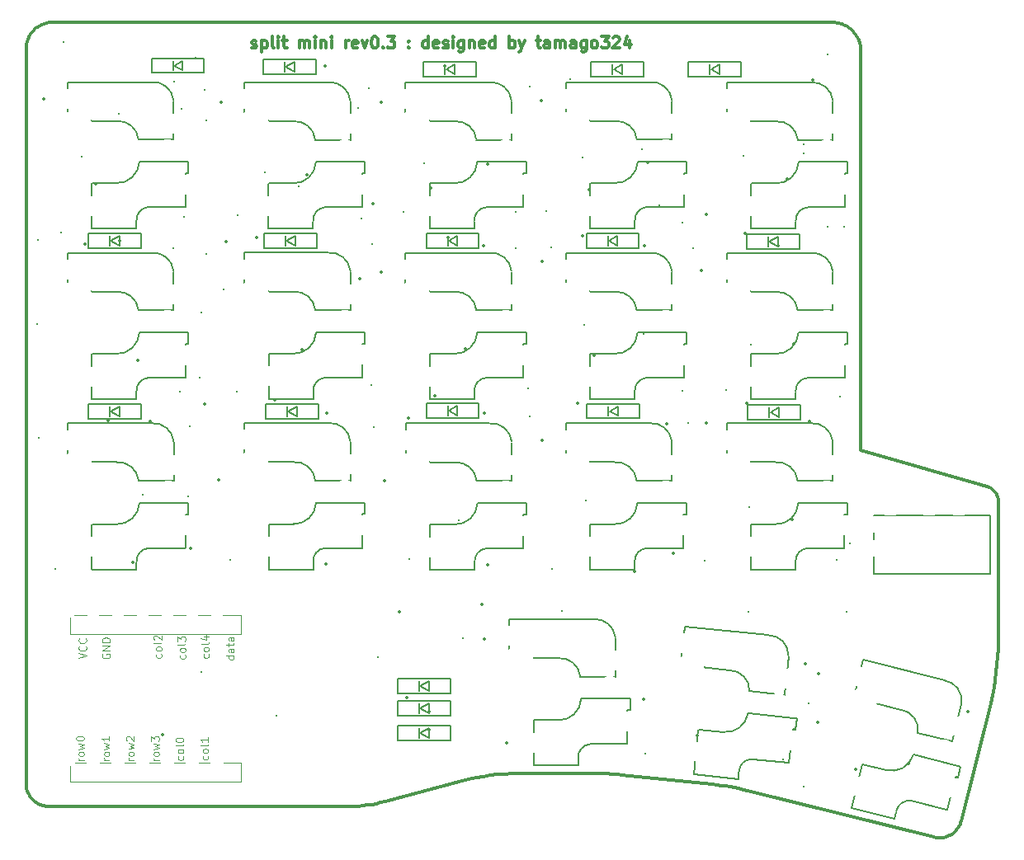
<source format=gto>
%TF.GenerationSoftware,KiCad,Pcbnew,(6.0.6)*%
%TF.CreationDate,2022-10-07T23:53:12+09:00*%
%TF.ProjectId,split-mini,73706c69-742d-46d6-996e-692e6b696361,rev?*%
%TF.SameCoordinates,Original*%
%TF.FileFunction,Legend,Top*%
%TF.FilePolarity,Positive*%
%FSLAX46Y46*%
G04 Gerber Fmt 4.6, Leading zero omitted, Abs format (unit mm)*
G04 Created by KiCad (PCBNEW (6.0.6)) date 2022-10-07 23:53:12*
%MOMM*%
%LPD*%
G01*
G04 APERTURE LIST*
G04 Aperture macros list*
%AMRotRect*
0 Rectangle, with rotation*
0 The origin of the aperture is its center*
0 $1 length*
0 $2 width*
0 $3 Rotation angle, in degrees counterclockwise*
0 Add horizontal line*
21,1,$1,$2,0,0,$3*%
G04 Aperture macros list end*
%ADD10C,0.300000*%
%TA.AperFunction,Profile*%
%ADD11C,0.349999*%
%TD*%
%ADD12C,0.100000*%
%ADD13C,0.150000*%
%ADD14C,0.120000*%
%ADD15C,1.200000*%
%ADD16O,2.500000X1.700000*%
%ADD17C,1.600000*%
%ADD18C,0.300000*%
%ADD19C,0.350000*%
%ADD20O,1.500000X1.000000*%
%ADD21C,3.000000*%
%ADD22C,1.700000*%
%ADD23C,1.900000*%
%ADD24C,4.000000*%
%ADD25R,2.000000X2.000000*%
%ADD26R,1.900000X2.000000*%
%ADD27R,1.800000X2.000000*%
%ADD28R,1.300000X0.950000*%
%ADD29RotRect,2.000000X2.000000X174.000000*%
%ADD30RotRect,1.800000X2.000000X174.000000*%
%ADD31RotRect,2.000000X2.000000X166.000000*%
%ADD32RotRect,1.800000X2.000000X166.000000*%
%ADD33RotRect,1.950000X2.000000X166.000000*%
%ADD34C,4.500000*%
G04 APERTURE END LIST*
D10*
X44142857Y-23585714D02*
X44257142Y-23642857D01*
X44485714Y-23642857D01*
X44600000Y-23585714D01*
X44657142Y-23471428D01*
X44657142Y-23414285D01*
X44600000Y-23300000D01*
X44485714Y-23242857D01*
X44314285Y-23242857D01*
X44200000Y-23185714D01*
X44142857Y-23071428D01*
X44142857Y-23014285D01*
X44200000Y-22900000D01*
X44314285Y-22842857D01*
X44485714Y-22842857D01*
X44600000Y-22900000D01*
X45171428Y-22842857D02*
X45171428Y-24042857D01*
X45171428Y-22900000D02*
X45285714Y-22842857D01*
X45514285Y-22842857D01*
X45628571Y-22900000D01*
X45685714Y-22957142D01*
X45742857Y-23071428D01*
X45742857Y-23414285D01*
X45685714Y-23528571D01*
X45628571Y-23585714D01*
X45514285Y-23642857D01*
X45285714Y-23642857D01*
X45171428Y-23585714D01*
X46428571Y-23642857D02*
X46314285Y-23585714D01*
X46257142Y-23471428D01*
X46257142Y-22442857D01*
X46885714Y-23642857D02*
X46885714Y-22842857D01*
X46885714Y-22442857D02*
X46828571Y-22500000D01*
X46885714Y-22557142D01*
X46942857Y-22500000D01*
X46885714Y-22442857D01*
X46885714Y-22557142D01*
X47285714Y-22842857D02*
X47742857Y-22842857D01*
X47457142Y-22442857D02*
X47457142Y-23471428D01*
X47514285Y-23585714D01*
X47628571Y-23642857D01*
X47742857Y-23642857D01*
X49057142Y-23642857D02*
X49057142Y-22842857D01*
X49057142Y-22957142D02*
X49114285Y-22900000D01*
X49228571Y-22842857D01*
X49400000Y-22842857D01*
X49514285Y-22900000D01*
X49571428Y-23014285D01*
X49571428Y-23642857D01*
X49571428Y-23014285D02*
X49628571Y-22900000D01*
X49742857Y-22842857D01*
X49914285Y-22842857D01*
X50028571Y-22900000D01*
X50085714Y-23014285D01*
X50085714Y-23642857D01*
X50657142Y-23642857D02*
X50657142Y-22842857D01*
X50657142Y-22442857D02*
X50600000Y-22500000D01*
X50657142Y-22557142D01*
X50714285Y-22500000D01*
X50657142Y-22442857D01*
X50657142Y-22557142D01*
X51228571Y-22842857D02*
X51228571Y-23642857D01*
X51228571Y-22957142D02*
X51285714Y-22900000D01*
X51400000Y-22842857D01*
X51571428Y-22842857D01*
X51685714Y-22900000D01*
X51742857Y-23014285D01*
X51742857Y-23642857D01*
X52314285Y-23642857D02*
X52314285Y-22842857D01*
X52314285Y-22442857D02*
X52257142Y-22500000D01*
X52314285Y-22557142D01*
X52371428Y-22500000D01*
X52314285Y-22442857D01*
X52314285Y-22557142D01*
X53800000Y-23642857D02*
X53800000Y-22842857D01*
X53800000Y-23071428D02*
X53857142Y-22957142D01*
X53914285Y-22900000D01*
X54028571Y-22842857D01*
X54142857Y-22842857D01*
X55000000Y-23585714D02*
X54885714Y-23642857D01*
X54657142Y-23642857D01*
X54542857Y-23585714D01*
X54485714Y-23471428D01*
X54485714Y-23014285D01*
X54542857Y-22900000D01*
X54657142Y-22842857D01*
X54885714Y-22842857D01*
X55000000Y-22900000D01*
X55057142Y-23014285D01*
X55057142Y-23128571D01*
X54485714Y-23242857D01*
X55457142Y-22842857D02*
X55742857Y-23642857D01*
X56028571Y-22842857D01*
X56714285Y-22442857D02*
X56828571Y-22442857D01*
X56942857Y-22500000D01*
X57000000Y-22557142D01*
X57057142Y-22671428D01*
X57114285Y-22900000D01*
X57114285Y-23185714D01*
X57057142Y-23414285D01*
X57000000Y-23528571D01*
X56942857Y-23585714D01*
X56828571Y-23642857D01*
X56714285Y-23642857D01*
X56600000Y-23585714D01*
X56542857Y-23528571D01*
X56485714Y-23414285D01*
X56428571Y-23185714D01*
X56428571Y-22900000D01*
X56485714Y-22671428D01*
X56542857Y-22557142D01*
X56600000Y-22500000D01*
X56714285Y-22442857D01*
X57628571Y-23528571D02*
X57685714Y-23585714D01*
X57628571Y-23642857D01*
X57571428Y-23585714D01*
X57628571Y-23528571D01*
X57628571Y-23642857D01*
X58085714Y-22442857D02*
X58828571Y-22442857D01*
X58428571Y-22900000D01*
X58600000Y-22900000D01*
X58714285Y-22957142D01*
X58771428Y-23014285D01*
X58828571Y-23128571D01*
X58828571Y-23414285D01*
X58771428Y-23528571D01*
X58714285Y-23585714D01*
X58600000Y-23642857D01*
X58257142Y-23642857D01*
X58142857Y-23585714D01*
X58085714Y-23528571D01*
X60257142Y-23528571D02*
X60314285Y-23585714D01*
X60257142Y-23642857D01*
X60200000Y-23585714D01*
X60257142Y-23528571D01*
X60257142Y-23642857D01*
X60257142Y-22900000D02*
X60314285Y-22957142D01*
X60257142Y-23014285D01*
X60200000Y-22957142D01*
X60257142Y-22900000D01*
X60257142Y-23014285D01*
X62257142Y-23642857D02*
X62257142Y-22442857D01*
X62257142Y-23585714D02*
X62142857Y-23642857D01*
X61914285Y-23642857D01*
X61800000Y-23585714D01*
X61742857Y-23528571D01*
X61685714Y-23414285D01*
X61685714Y-23071428D01*
X61742857Y-22957142D01*
X61800000Y-22900000D01*
X61914285Y-22842857D01*
X62142857Y-22842857D01*
X62257142Y-22900000D01*
X63285714Y-23585714D02*
X63171428Y-23642857D01*
X62942857Y-23642857D01*
X62828571Y-23585714D01*
X62771428Y-23471428D01*
X62771428Y-23014285D01*
X62828571Y-22900000D01*
X62942857Y-22842857D01*
X63171428Y-22842857D01*
X63285714Y-22900000D01*
X63342857Y-23014285D01*
X63342857Y-23128571D01*
X62771428Y-23242857D01*
X63800000Y-23585714D02*
X63914285Y-23642857D01*
X64142857Y-23642857D01*
X64257142Y-23585714D01*
X64314285Y-23471428D01*
X64314285Y-23414285D01*
X64257142Y-23300000D01*
X64142857Y-23242857D01*
X63971428Y-23242857D01*
X63857142Y-23185714D01*
X63800000Y-23071428D01*
X63800000Y-23014285D01*
X63857142Y-22900000D01*
X63971428Y-22842857D01*
X64142857Y-22842857D01*
X64257142Y-22900000D01*
X64828571Y-23642857D02*
X64828571Y-22842857D01*
X64828571Y-22442857D02*
X64771428Y-22500000D01*
X64828571Y-22557142D01*
X64885714Y-22500000D01*
X64828571Y-22442857D01*
X64828571Y-22557142D01*
X65914285Y-22842857D02*
X65914285Y-23814285D01*
X65857142Y-23928571D01*
X65800000Y-23985714D01*
X65685714Y-24042857D01*
X65514285Y-24042857D01*
X65400000Y-23985714D01*
X65914285Y-23585714D02*
X65800000Y-23642857D01*
X65571428Y-23642857D01*
X65457142Y-23585714D01*
X65400000Y-23528571D01*
X65342857Y-23414285D01*
X65342857Y-23071428D01*
X65400000Y-22957142D01*
X65457142Y-22900000D01*
X65571428Y-22842857D01*
X65800000Y-22842857D01*
X65914285Y-22900000D01*
X66485714Y-22842857D02*
X66485714Y-23642857D01*
X66485714Y-22957142D02*
X66542857Y-22900000D01*
X66657142Y-22842857D01*
X66828571Y-22842857D01*
X66942857Y-22900000D01*
X67000000Y-23014285D01*
X67000000Y-23642857D01*
X68028571Y-23585714D02*
X67914285Y-23642857D01*
X67685714Y-23642857D01*
X67571428Y-23585714D01*
X67514285Y-23471428D01*
X67514285Y-23014285D01*
X67571428Y-22900000D01*
X67685714Y-22842857D01*
X67914285Y-22842857D01*
X68028571Y-22900000D01*
X68085714Y-23014285D01*
X68085714Y-23128571D01*
X67514285Y-23242857D01*
X69114285Y-23642857D02*
X69114285Y-22442857D01*
X69114285Y-23585714D02*
X69000000Y-23642857D01*
X68771428Y-23642857D01*
X68657142Y-23585714D01*
X68600000Y-23528571D01*
X68542857Y-23414285D01*
X68542857Y-23071428D01*
X68600000Y-22957142D01*
X68657142Y-22900000D01*
X68771428Y-22842857D01*
X69000000Y-22842857D01*
X69114285Y-22900000D01*
X70600000Y-23642857D02*
X70600000Y-22442857D01*
X70600000Y-22900000D02*
X70714285Y-22842857D01*
X70942857Y-22842857D01*
X71057142Y-22900000D01*
X71114285Y-22957142D01*
X71171428Y-23071428D01*
X71171428Y-23414285D01*
X71114285Y-23528571D01*
X71057142Y-23585714D01*
X70942857Y-23642857D01*
X70714285Y-23642857D01*
X70600000Y-23585714D01*
X71571428Y-22842857D02*
X71857142Y-23642857D01*
X72142857Y-22842857D02*
X71857142Y-23642857D01*
X71742857Y-23928571D01*
X71685714Y-23985714D01*
X71571428Y-24042857D01*
X73342857Y-22842857D02*
X73800000Y-22842857D01*
X73514285Y-22442857D02*
X73514285Y-23471428D01*
X73571428Y-23585714D01*
X73685714Y-23642857D01*
X73800000Y-23642857D01*
X74714285Y-23642857D02*
X74714285Y-23014285D01*
X74657142Y-22900000D01*
X74542857Y-22842857D01*
X74314285Y-22842857D01*
X74200000Y-22900000D01*
X74714285Y-23585714D02*
X74600000Y-23642857D01*
X74314285Y-23642857D01*
X74200000Y-23585714D01*
X74142857Y-23471428D01*
X74142857Y-23357142D01*
X74200000Y-23242857D01*
X74314285Y-23185714D01*
X74600000Y-23185714D01*
X74714285Y-23128571D01*
X75285714Y-23642857D02*
X75285714Y-22842857D01*
X75285714Y-22957142D02*
X75342857Y-22900000D01*
X75457142Y-22842857D01*
X75628571Y-22842857D01*
X75742857Y-22900000D01*
X75800000Y-23014285D01*
X75800000Y-23642857D01*
X75800000Y-23014285D02*
X75857142Y-22900000D01*
X75971428Y-22842857D01*
X76142857Y-22842857D01*
X76257142Y-22900000D01*
X76314285Y-23014285D01*
X76314285Y-23642857D01*
X77400000Y-23642857D02*
X77400000Y-23014285D01*
X77342857Y-22900000D01*
X77228571Y-22842857D01*
X77000000Y-22842857D01*
X76885714Y-22900000D01*
X77400000Y-23585714D02*
X77285714Y-23642857D01*
X77000000Y-23642857D01*
X76885714Y-23585714D01*
X76828571Y-23471428D01*
X76828571Y-23357142D01*
X76885714Y-23242857D01*
X77000000Y-23185714D01*
X77285714Y-23185714D01*
X77400000Y-23128571D01*
X78485714Y-22842857D02*
X78485714Y-23814285D01*
X78428571Y-23928571D01*
X78371428Y-23985714D01*
X78257142Y-24042857D01*
X78085714Y-24042857D01*
X77971428Y-23985714D01*
X78485714Y-23585714D02*
X78371428Y-23642857D01*
X78142857Y-23642857D01*
X78028571Y-23585714D01*
X77971428Y-23528571D01*
X77914285Y-23414285D01*
X77914285Y-23071428D01*
X77971428Y-22957142D01*
X78028571Y-22900000D01*
X78142857Y-22842857D01*
X78371428Y-22842857D01*
X78485714Y-22900000D01*
X79228571Y-23642857D02*
X79114285Y-23585714D01*
X79057142Y-23528571D01*
X79000000Y-23414285D01*
X79000000Y-23071428D01*
X79057142Y-22957142D01*
X79114285Y-22900000D01*
X79228571Y-22842857D01*
X79400000Y-22842857D01*
X79514285Y-22900000D01*
X79571428Y-22957142D01*
X79628571Y-23071428D01*
X79628571Y-23414285D01*
X79571428Y-23528571D01*
X79514285Y-23585714D01*
X79400000Y-23642857D01*
X79228571Y-23642857D01*
X80028571Y-22442857D02*
X80771428Y-22442857D01*
X80371428Y-22900000D01*
X80542857Y-22900000D01*
X80657142Y-22957142D01*
X80714285Y-23014285D01*
X80771428Y-23128571D01*
X80771428Y-23414285D01*
X80714285Y-23528571D01*
X80657142Y-23585714D01*
X80542857Y-23642857D01*
X80200000Y-23642857D01*
X80085714Y-23585714D01*
X80028571Y-23528571D01*
X81228571Y-22557142D02*
X81285714Y-22500000D01*
X81400000Y-22442857D01*
X81685714Y-22442857D01*
X81800000Y-22500000D01*
X81857142Y-22557142D01*
X81914285Y-22671428D01*
X81914285Y-22785714D01*
X81857142Y-22957142D01*
X81171428Y-23642857D01*
X81914285Y-23642857D01*
X82942857Y-22842857D02*
X82942857Y-23642857D01*
X82657142Y-22385714D02*
X82371428Y-23242857D01*
X83114285Y-23242857D01*
D11*
X120734058Y-85321050D02*
X120746346Y-84517181D01*
X94563467Y-99773630D02*
X95006416Y-99879974D01*
X21067121Y-99747413D02*
X21097288Y-99856121D01*
X95006416Y-99879974D02*
X95006416Y-99879974D01*
X106613959Y-23464589D02*
X106588365Y-23321274D01*
X21022792Y-99525582D02*
X21042263Y-99637170D01*
X21450528Y-100558221D02*
X21520346Y-100647842D01*
X23314208Y-21027240D02*
X23182826Y-21050152D01*
X120663178Y-69673555D02*
X120617953Y-69555976D01*
X120429619Y-69232038D02*
X120350533Y-69135311D01*
X116257734Y-104147387D02*
X116337281Y-104072331D01*
X65730083Y-98890289D02*
X65730083Y-98890289D01*
X104737877Y-21174101D02*
X104602654Y-21128344D01*
X120306060Y-89309528D02*
X120440307Y-88517806D01*
X106647491Y-64950611D02*
X106647491Y-23907794D01*
X114417834Y-104707695D02*
X114531519Y-104721167D01*
X22319756Y-101272024D02*
X22422725Y-101317646D01*
X21325017Y-100370023D02*
X21385392Y-100465551D01*
X116831755Y-103339065D02*
X116873233Y-103232363D01*
X114869318Y-104727193D02*
X114980256Y-104718084D01*
X116678483Y-103640152D02*
X116734207Y-103543064D01*
X21793434Y-21793513D02*
X21700478Y-21891184D01*
X106069327Y-22166530D02*
X105982931Y-22056589D01*
X105588428Y-21662081D02*
X105478488Y-21575683D01*
X104870037Y-21226211D02*
X104737877Y-21174101D01*
X79268402Y-98118347D02*
X79619825Y-98120645D01*
X119962618Y-68817891D02*
X119849615Y-68758387D01*
X120725055Y-69920137D02*
X120699003Y-69795107D01*
X21042263Y-99637170D02*
X21067121Y-99747413D01*
X120699003Y-69795107D02*
X120663178Y-69673555D01*
X81724553Y-98230937D02*
X82074291Y-98265381D01*
X119606995Y-68666672D02*
X106647491Y-64950611D01*
X21218860Y-100171147D02*
X21269480Y-100271825D01*
X21049932Y-23182830D02*
X21027007Y-23314210D01*
X23078052Y-101482078D02*
X23191759Y-101490535D01*
X20997490Y-99184639D02*
X21000327Y-99299127D01*
X115907617Y-104406218D02*
X115999590Y-104347927D01*
X105694026Y-21753553D02*
X105588428Y-21662081D01*
X105891460Y-21950990D02*
X105795097Y-21849917D01*
X23306244Y-101493370D02*
X54168747Y-101493347D01*
X23715622Y-20997488D02*
X23715622Y-20997488D01*
X21992830Y-21612950D02*
X21891115Y-21700567D01*
X57823814Y-101011581D02*
X57823814Y-101011581D01*
X120746346Y-84517181D02*
X120746346Y-70178646D01*
X120563702Y-69442866D02*
X120500800Y-69334721D01*
X120744992Y-70113118D02*
X120740961Y-70048149D01*
X21114721Y-22925043D02*
X21079201Y-23053033D01*
X21000556Y-23580829D02*
X20997215Y-23715622D01*
X93224898Y-99501293D02*
X93672605Y-99584271D01*
X115411094Y-104628832D02*
X115514710Y-104593834D01*
X116618357Y-103733828D02*
X116678483Y-103640152D01*
X55553294Y-101425245D02*
X56012088Y-101372398D01*
X21932681Y-101040365D02*
X22025351Y-101105499D01*
X79971141Y-98127542D02*
X80322305Y-98139037D01*
X94118828Y-99675056D02*
X94563467Y-99773630D01*
X119965073Y-90880112D02*
X120147626Y-90097149D01*
X21520346Y-100647842D02*
X21594767Y-100734227D01*
X21843058Y-100970549D02*
X21932681Y-101040365D01*
X116413290Y-103993343D02*
X116485588Y-103910527D01*
X114980256Y-104718084D02*
X115090076Y-104703590D01*
X92325451Y-99358830D02*
X92775813Y-99426140D01*
X119790967Y-68731954D02*
X119730949Y-68707815D01*
X22207471Y-21454070D02*
X22098356Y-21530754D01*
X103737228Y-20997492D02*
X23715622Y-20997488D01*
X116088715Y-104285289D02*
X116174821Y-104218407D01*
X105982931Y-22056589D02*
X105891460Y-21950990D01*
X104034787Y-21012522D02*
X103886991Y-21001281D01*
X116337281Y-104072331D02*
X116413290Y-103993343D01*
X22634779Y-101393589D02*
X22743485Y-101423753D01*
X23182826Y-21050152D02*
X23053027Y-21079407D01*
X21156400Y-22799082D02*
X21114721Y-22925043D01*
X21700478Y-21891184D02*
X21612850Y-21992890D01*
X105364387Y-21494542D02*
X105246308Y-21418842D01*
X22435573Y-21317612D02*
X22319950Y-21382992D01*
X69367896Y-98227495D02*
X70105548Y-98166918D01*
X22925033Y-21114915D02*
X22799069Y-21156581D01*
X103737228Y-20997492D02*
X103737228Y-20997492D01*
X115812969Y-104460058D02*
X115907617Y-104406218D01*
X54631255Y-101485768D02*
X55092893Y-101463051D01*
X82074291Y-98265381D02*
X91421310Y-99247810D01*
X104464550Y-21089126D02*
X104323750Y-21056627D01*
X21010518Y-23446950D02*
X21000556Y-23580829D01*
X104180434Y-21031031D02*
X104034787Y-21012522D01*
X119606995Y-68666672D02*
X119606995Y-68666672D01*
X22098356Y-21530754D02*
X21992830Y-21612950D01*
X115514710Y-104593834D02*
X115616343Y-104553970D01*
X21453948Y-22207514D02*
X21382859Y-22319987D01*
X106418789Y-22774986D02*
X106360509Y-22646071D01*
X106470898Y-22907146D02*
X106418789Y-22774986D01*
X80322305Y-98139037D02*
X80673272Y-98155126D01*
X21673714Y-100817184D02*
X21673714Y-100817184D01*
X106643705Y-23758032D02*
X106632466Y-23610236D01*
X55092893Y-101463051D02*
X55553294Y-101425245D01*
X80673272Y-98155126D02*
X81023999Y-98175807D01*
X105246308Y-21418842D02*
X105124435Y-21348765D01*
X106647491Y-64950611D02*
X106647491Y-64950611D01*
X57823814Y-101011581D02*
X65730083Y-98890289D01*
X56468906Y-101304560D02*
X56923379Y-101221779D01*
X79268402Y-98118347D02*
X79268402Y-98118347D01*
X106296240Y-22520586D02*
X106226164Y-22398712D01*
X70105548Y-98166918D02*
X70845185Y-98130517D01*
X116940735Y-103010071D02*
X116940735Y-103010071D01*
X54168747Y-101493347D02*
X54168747Y-101493347D01*
X119730949Y-68707815D02*
X119669610Y-68686034D01*
X106647491Y-23907794D02*
X106643705Y-23758032D01*
X21204145Y-22675373D02*
X21156400Y-22799082D01*
X116554001Y-103823988D02*
X116618357Y-103733828D01*
X56012088Y-101372398D02*
X56468906Y-101304560D01*
X57375138Y-101124103D02*
X57823814Y-101011581D01*
X120746346Y-70178646D02*
X120744992Y-70113118D01*
X67900910Y-98420864D02*
X68632820Y-98312169D01*
X21000327Y-99299127D02*
X21008788Y-99412838D01*
X23053027Y-21079407D02*
X22925033Y-21114915D01*
X91421310Y-99247810D02*
X91873916Y-99299381D01*
X71586216Y-98118370D02*
X71586216Y-98118370D01*
X21382859Y-22319987D02*
X21317467Y-22435603D01*
X20997490Y-99184639D02*
X20997490Y-99184639D01*
X21673714Y-100817184D02*
X21756673Y-100896129D01*
X114189873Y-104662933D02*
X114189873Y-104662933D01*
X21612850Y-21992890D02*
X21530643Y-22098408D01*
X23191759Y-101490535D02*
X23306244Y-101493370D01*
X82074291Y-98265381D02*
X82074291Y-98265381D01*
X115090076Y-104703590D02*
X115198604Y-104683814D01*
X21891115Y-21700567D02*
X21793434Y-21793513D01*
X106632466Y-23610236D02*
X106613959Y-23464589D01*
X92775813Y-99426140D02*
X93224898Y-99501293D01*
X120697243Y-86123603D02*
X120734058Y-85321050D01*
X22965311Y-101468076D02*
X23078052Y-101482078D01*
X114757434Y-104730812D02*
X114869318Y-104727193D01*
X21756673Y-100896129D02*
X21843058Y-100970549D01*
X116940735Y-103010071D02*
X119965073Y-90880112D01*
X120734300Y-69983801D02*
X120725055Y-69920137D01*
X119669610Y-68686034D02*
X119606995Y-68666672D01*
X23580829Y-21000816D02*
X23446950Y-21010763D01*
X115999590Y-104347927D02*
X116088715Y-104285289D01*
X106226164Y-22398712D02*
X106150466Y-22280632D01*
X81374440Y-98201078D02*
X81724553Y-98230937D01*
X104998950Y-21284494D02*
X104870037Y-21226211D01*
X22120879Y-101165872D02*
X22219077Y-101221407D01*
X116485588Y-103910527D02*
X116554001Y-103823988D01*
X21079201Y-23053033D02*
X21049932Y-23182830D01*
X23446950Y-21010763D02*
X23314208Y-21027240D01*
X116909617Y-103122663D02*
X116940735Y-103010071D01*
X22554116Y-21258022D02*
X22435573Y-21317612D01*
X120147626Y-90097149D02*
X120306060Y-89309528D01*
X21530643Y-22098408D02*
X21453948Y-22207514D01*
X106588365Y-23321274D02*
X106555869Y-23180473D01*
X120635967Y-86924286D02*
X120697243Y-86123603D01*
X116873233Y-103232363D02*
X116909617Y-103122663D01*
X68632820Y-98312169D02*
X69367896Y-98227495D01*
X22743485Y-101423753D02*
X22853726Y-101448609D01*
X120440307Y-88517806D02*
X120550299Y-87722539D01*
X22527796Y-101358194D02*
X22634779Y-101393589D01*
X21132686Y-99963106D02*
X21173236Y-100068177D01*
X22025351Y-101105499D02*
X22120879Y-101165872D01*
X95006416Y-99879974D02*
X114189873Y-104662933D01*
X21385392Y-100465551D02*
X21450528Y-100558221D01*
X21008788Y-99412838D02*
X21022792Y-99525582D01*
X115198604Y-104683814D02*
X115305668Y-104658860D01*
X67172756Y-98553501D02*
X67900910Y-98420864D01*
X106150466Y-22280632D02*
X106069327Y-22166530D01*
X21097288Y-99856121D02*
X21132686Y-99963106D01*
X120500800Y-69334721D02*
X120429619Y-69232038D01*
X21027007Y-23314210D02*
X21010518Y-23446950D01*
X116174821Y-104218407D02*
X116257734Y-104147387D01*
X120263917Y-69045037D02*
X120170143Y-68961712D01*
X70845185Y-98130517D02*
X71586216Y-98118370D01*
X91421310Y-99247810D02*
X91421310Y-99247810D01*
X22675355Y-21204314D02*
X22554116Y-21258022D01*
X21257865Y-22554139D02*
X21204145Y-22675373D01*
X22422725Y-101317646D02*
X22527796Y-101358194D01*
X114644776Y-104728838D02*
X114757434Y-104730812D01*
X116734207Y-103543064D02*
X116785355Y-103442667D01*
X120350533Y-69135311D02*
X120263917Y-69045037D01*
X120550299Y-87722539D02*
X120635967Y-86924286D01*
X21594767Y-100734227D02*
X21673714Y-100817184D01*
X106360509Y-22646071D02*
X106296240Y-22520586D01*
X79619825Y-98120645D02*
X79971141Y-98127542D01*
X115715821Y-104509343D02*
X115812969Y-104460058D01*
X120746346Y-70178646D02*
X120746346Y-70178646D01*
X20997215Y-23715622D02*
X20997215Y-23715622D01*
X104323750Y-21056627D02*
X104180434Y-21031031D01*
X71586216Y-98118370D02*
X79268402Y-98118347D01*
X105795097Y-21849917D02*
X105694026Y-21753553D01*
X119849615Y-68758387D02*
X119790967Y-68731954D01*
X54168747Y-101493347D02*
X54631255Y-101485768D01*
X116785355Y-103442667D02*
X116831755Y-103339065D01*
X120170143Y-68961712D02*
X120069586Y-68885831D01*
X66448951Y-98710002D02*
X67172756Y-98553501D01*
X104602654Y-21128344D02*
X104464550Y-21089126D01*
X114189873Y-104662933D02*
X114303894Y-104688319D01*
X22799069Y-21156581D02*
X22675355Y-21204314D01*
X120746346Y-84517181D02*
X120746346Y-84517181D01*
X120617953Y-69555976D02*
X120563702Y-69442866D01*
X114303894Y-104688319D02*
X114417834Y-104707695D01*
X106555869Y-23180473D02*
X106516652Y-23042369D01*
X65730083Y-98890289D02*
X66448951Y-98710002D01*
X81023999Y-98175807D02*
X81374440Y-98201078D01*
X21173236Y-100068177D02*
X21218860Y-100171147D01*
X115616343Y-104553970D02*
X115715821Y-104509343D01*
X106516652Y-23042369D02*
X106470898Y-22907146D01*
X23715622Y-20997488D02*
X23580829Y-21000816D01*
X120740961Y-70048149D02*
X120734300Y-69983801D01*
X22219077Y-101221407D02*
X22319756Y-101272024D01*
X56923379Y-101221779D02*
X57375138Y-101124103D01*
X103886991Y-21001281D02*
X103737228Y-20997492D01*
X22853726Y-101448609D02*
X22965311Y-101468076D01*
X105478488Y-21575683D02*
X105364387Y-21494542D01*
X119965073Y-90880112D02*
X119965073Y-90880112D01*
X105124435Y-21348765D02*
X104998950Y-21284494D01*
X21793434Y-21793513D02*
X21793434Y-21793513D01*
X93672605Y-99584271D02*
X94118828Y-99675056D01*
X21317467Y-22435603D02*
X21257865Y-22554139D01*
X20997215Y-23715622D02*
X20997490Y-99184639D01*
X23306244Y-101493370D02*
X23306244Y-101493370D01*
X22319950Y-21382992D02*
X22207471Y-21454070D01*
X91873916Y-99299381D02*
X92325451Y-99358830D01*
X120069586Y-68885831D02*
X119962618Y-68817891D01*
X21269480Y-100271825D02*
X21325017Y-100370023D01*
X115305668Y-104658860D02*
X115411094Y-104628832D01*
X114531519Y-104721167D02*
X114644776Y-104728838D01*
D12*
%TO.C,U1*%
X28837500Y-85843223D02*
X28799404Y-85919414D01*
X28799404Y-86033700D01*
X28837500Y-86147985D01*
X28913690Y-86224176D01*
X28989880Y-86262271D01*
X29142261Y-86300366D01*
X29256547Y-86300366D01*
X29408928Y-86262271D01*
X29485119Y-86224176D01*
X29561309Y-86147985D01*
X29599404Y-86033700D01*
X29599404Y-85957509D01*
X29561309Y-85843223D01*
X29523214Y-85805128D01*
X29256547Y-85805128D01*
X29256547Y-85957509D01*
X29599404Y-85462271D02*
X28799404Y-85462271D01*
X29599404Y-85005128D01*
X28799404Y-85005128D01*
X29599404Y-84624176D02*
X28799404Y-84624176D01*
X28799404Y-84433700D01*
X28837500Y-84319414D01*
X28913690Y-84243223D01*
X28989880Y-84205128D01*
X29142261Y-84167033D01*
X29256547Y-84167033D01*
X29408928Y-84205128D01*
X29485119Y-84243223D01*
X29561309Y-84319414D01*
X29599404Y-84433700D01*
X29599404Y-84624176D01*
X26929404Y-96782747D02*
X26396071Y-96782747D01*
X26548452Y-96782747D02*
X26472261Y-96744652D01*
X26434166Y-96706557D01*
X26396071Y-96630366D01*
X26396071Y-96554176D01*
X26929404Y-96173223D02*
X26891309Y-96249414D01*
X26853214Y-96287509D01*
X26777023Y-96325604D01*
X26548452Y-96325604D01*
X26472261Y-96287509D01*
X26434166Y-96249414D01*
X26396071Y-96173223D01*
X26396071Y-96058938D01*
X26434166Y-95982747D01*
X26472261Y-95944652D01*
X26548452Y-95906557D01*
X26777023Y-95906557D01*
X26853214Y-95944652D01*
X26891309Y-95982747D01*
X26929404Y-96058938D01*
X26929404Y-96173223D01*
X26396071Y-95639890D02*
X26929404Y-95487509D01*
X26548452Y-95335128D01*
X26929404Y-95182747D01*
X26396071Y-95030366D01*
X26129404Y-94573223D02*
X26129404Y-94497033D01*
X26167500Y-94420842D01*
X26205595Y-94382747D01*
X26281785Y-94344652D01*
X26434166Y-94306557D01*
X26624642Y-94306557D01*
X26777023Y-94344652D01*
X26853214Y-94382747D01*
X26891309Y-94420842D01*
X26929404Y-94497033D01*
X26929404Y-94573223D01*
X26891309Y-94649414D01*
X26853214Y-94687509D01*
X26777023Y-94725604D01*
X26624642Y-94763700D01*
X26434166Y-94763700D01*
X26281785Y-94725604D01*
X26205595Y-94687509D01*
X26167500Y-94649414D01*
X26129404Y-94573223D01*
X37301309Y-85945604D02*
X37339404Y-86021795D01*
X37339404Y-86174176D01*
X37301309Y-86250366D01*
X37263214Y-86288461D01*
X37187023Y-86326557D01*
X36958452Y-86326557D01*
X36882261Y-86288461D01*
X36844166Y-86250366D01*
X36806071Y-86174176D01*
X36806071Y-86021795D01*
X36844166Y-85945604D01*
X37339404Y-85488461D02*
X37301309Y-85564652D01*
X37263214Y-85602747D01*
X37187023Y-85640842D01*
X36958452Y-85640842D01*
X36882261Y-85602747D01*
X36844166Y-85564652D01*
X36806071Y-85488461D01*
X36806071Y-85374176D01*
X36844166Y-85297985D01*
X36882261Y-85259890D01*
X36958452Y-85221795D01*
X37187023Y-85221795D01*
X37263214Y-85259890D01*
X37301309Y-85297985D01*
X37339404Y-85374176D01*
X37339404Y-85488461D01*
X37339404Y-84764652D02*
X37301309Y-84840842D01*
X37225119Y-84878938D01*
X36539404Y-84878938D01*
X36539404Y-84536080D02*
X36539404Y-84040842D01*
X36844166Y-84307509D01*
X36844166Y-84193223D01*
X36882261Y-84117033D01*
X36920357Y-84078938D01*
X36996547Y-84040842D01*
X37187023Y-84040842D01*
X37263214Y-84078938D01*
X37301309Y-84117033D01*
X37339404Y-84193223D01*
X37339404Y-84421795D01*
X37301309Y-84497985D01*
X37263214Y-84536080D01*
X26379404Y-86300366D02*
X27179404Y-86033700D01*
X26379404Y-85767033D01*
X27103214Y-85043223D02*
X27141309Y-85081319D01*
X27179404Y-85195604D01*
X27179404Y-85271795D01*
X27141309Y-85386080D01*
X27065119Y-85462271D01*
X26988928Y-85500366D01*
X26836547Y-85538461D01*
X26722261Y-85538461D01*
X26569880Y-85500366D01*
X26493690Y-85462271D01*
X26417500Y-85386080D01*
X26379404Y-85271795D01*
X26379404Y-85195604D01*
X26417500Y-85081319D01*
X26455595Y-85043223D01*
X27103214Y-84243223D02*
X27141309Y-84281319D01*
X27179404Y-84395604D01*
X27179404Y-84471795D01*
X27141309Y-84586080D01*
X27065119Y-84662271D01*
X26988928Y-84700366D01*
X26836547Y-84738461D01*
X26722261Y-84738461D01*
X26569880Y-84700366D01*
X26493690Y-84662271D01*
X26417500Y-84586080D01*
X26379404Y-84471795D01*
X26379404Y-84395604D01*
X26417500Y-84281319D01*
X26455595Y-84243223D01*
X29529404Y-96772747D02*
X28996071Y-96772747D01*
X29148452Y-96772747D02*
X29072261Y-96734652D01*
X29034166Y-96696557D01*
X28996071Y-96620366D01*
X28996071Y-96544176D01*
X29529404Y-96163223D02*
X29491309Y-96239414D01*
X29453214Y-96277509D01*
X29377023Y-96315604D01*
X29148452Y-96315604D01*
X29072261Y-96277509D01*
X29034166Y-96239414D01*
X28996071Y-96163223D01*
X28996071Y-96048938D01*
X29034166Y-95972747D01*
X29072261Y-95934652D01*
X29148452Y-95896557D01*
X29377023Y-95896557D01*
X29453214Y-95934652D01*
X29491309Y-95972747D01*
X29529404Y-96048938D01*
X29529404Y-96163223D01*
X28996071Y-95629890D02*
X29529404Y-95477509D01*
X29148452Y-95325128D01*
X29529404Y-95172747D01*
X28996071Y-95020366D01*
X29529404Y-94296557D02*
X29529404Y-94753700D01*
X29529404Y-94525128D02*
X28729404Y-94525128D01*
X28843690Y-94601319D01*
X28919880Y-94677509D01*
X28957976Y-94753700D01*
X39631309Y-96325604D02*
X39669404Y-96401795D01*
X39669404Y-96554176D01*
X39631309Y-96630366D01*
X39593214Y-96668461D01*
X39517023Y-96706557D01*
X39288452Y-96706557D01*
X39212261Y-96668461D01*
X39174166Y-96630366D01*
X39136071Y-96554176D01*
X39136071Y-96401795D01*
X39174166Y-96325604D01*
X39669404Y-95868461D02*
X39631309Y-95944652D01*
X39593214Y-95982747D01*
X39517023Y-96020842D01*
X39288452Y-96020842D01*
X39212261Y-95982747D01*
X39174166Y-95944652D01*
X39136071Y-95868461D01*
X39136071Y-95754176D01*
X39174166Y-95677985D01*
X39212261Y-95639890D01*
X39288452Y-95601795D01*
X39517023Y-95601795D01*
X39593214Y-95639890D01*
X39631309Y-95677985D01*
X39669404Y-95754176D01*
X39669404Y-95868461D01*
X39669404Y-95144652D02*
X39631309Y-95220842D01*
X39555119Y-95258938D01*
X38869404Y-95258938D01*
X39669404Y-94420842D02*
X39669404Y-94877985D01*
X39669404Y-94649414D02*
X38869404Y-94649414D01*
X38983690Y-94725604D01*
X39059880Y-94801795D01*
X39097976Y-94877985D01*
X34841309Y-85845604D02*
X34879404Y-85921795D01*
X34879404Y-86074176D01*
X34841309Y-86150366D01*
X34803214Y-86188461D01*
X34727023Y-86226557D01*
X34498452Y-86226557D01*
X34422261Y-86188461D01*
X34384166Y-86150366D01*
X34346071Y-86074176D01*
X34346071Y-85921795D01*
X34384166Y-85845604D01*
X34879404Y-85388461D02*
X34841309Y-85464652D01*
X34803214Y-85502747D01*
X34727023Y-85540842D01*
X34498452Y-85540842D01*
X34422261Y-85502747D01*
X34384166Y-85464652D01*
X34346071Y-85388461D01*
X34346071Y-85274176D01*
X34384166Y-85197985D01*
X34422261Y-85159890D01*
X34498452Y-85121795D01*
X34727023Y-85121795D01*
X34803214Y-85159890D01*
X34841309Y-85197985D01*
X34879404Y-85274176D01*
X34879404Y-85388461D01*
X34879404Y-84664652D02*
X34841309Y-84740842D01*
X34765119Y-84778938D01*
X34079404Y-84778938D01*
X34155595Y-84397985D02*
X34117500Y-84359890D01*
X34079404Y-84283700D01*
X34079404Y-84093223D01*
X34117500Y-84017033D01*
X34155595Y-83978938D01*
X34231785Y-83940842D01*
X34307976Y-83940842D01*
X34422261Y-83978938D01*
X34879404Y-84436080D01*
X34879404Y-83940842D01*
X42319404Y-86034652D02*
X41519404Y-86034652D01*
X42281309Y-86034652D02*
X42319404Y-86110842D01*
X42319404Y-86263223D01*
X42281309Y-86339414D01*
X42243214Y-86377509D01*
X42167023Y-86415604D01*
X41938452Y-86415604D01*
X41862261Y-86377509D01*
X41824166Y-86339414D01*
X41786071Y-86263223D01*
X41786071Y-86110842D01*
X41824166Y-86034652D01*
X42319404Y-85310842D02*
X41900357Y-85310842D01*
X41824166Y-85348938D01*
X41786071Y-85425128D01*
X41786071Y-85577509D01*
X41824166Y-85653700D01*
X42281309Y-85310842D02*
X42319404Y-85387033D01*
X42319404Y-85577509D01*
X42281309Y-85653700D01*
X42205119Y-85691795D01*
X42128928Y-85691795D01*
X42052738Y-85653700D01*
X42014642Y-85577509D01*
X42014642Y-85387033D01*
X41976547Y-85310842D01*
X41786071Y-85044176D02*
X41786071Y-84739414D01*
X41519404Y-84929890D02*
X42205119Y-84929890D01*
X42281309Y-84891795D01*
X42319404Y-84815604D01*
X42319404Y-84739414D01*
X42319404Y-84129890D02*
X41900357Y-84129890D01*
X41824166Y-84167985D01*
X41786071Y-84244176D01*
X41786071Y-84396557D01*
X41824166Y-84472747D01*
X42281309Y-84129890D02*
X42319404Y-84206080D01*
X42319404Y-84396557D01*
X42281309Y-84472747D01*
X42205119Y-84510842D01*
X42128928Y-84510842D01*
X42052738Y-84472747D01*
X42014642Y-84396557D01*
X42014642Y-84206080D01*
X41976547Y-84129890D01*
X32049404Y-96762747D02*
X31516071Y-96762747D01*
X31668452Y-96762747D02*
X31592261Y-96724652D01*
X31554166Y-96686557D01*
X31516071Y-96610366D01*
X31516071Y-96534176D01*
X32049404Y-96153223D02*
X32011309Y-96229414D01*
X31973214Y-96267509D01*
X31897023Y-96305604D01*
X31668452Y-96305604D01*
X31592261Y-96267509D01*
X31554166Y-96229414D01*
X31516071Y-96153223D01*
X31516071Y-96038938D01*
X31554166Y-95962747D01*
X31592261Y-95924652D01*
X31668452Y-95886557D01*
X31897023Y-95886557D01*
X31973214Y-95924652D01*
X32011309Y-95962747D01*
X32049404Y-96038938D01*
X32049404Y-96153223D01*
X31516071Y-95619890D02*
X32049404Y-95467509D01*
X31668452Y-95315128D01*
X32049404Y-95162747D01*
X31516071Y-95010366D01*
X31325595Y-94743700D02*
X31287500Y-94705604D01*
X31249404Y-94629414D01*
X31249404Y-94438938D01*
X31287500Y-94362747D01*
X31325595Y-94324652D01*
X31401785Y-94286557D01*
X31477976Y-94286557D01*
X31592261Y-94324652D01*
X32049404Y-94781795D01*
X32049404Y-94286557D01*
X37091309Y-96345604D02*
X37129404Y-96421795D01*
X37129404Y-96574176D01*
X37091309Y-96650366D01*
X37053214Y-96688461D01*
X36977023Y-96726557D01*
X36748452Y-96726557D01*
X36672261Y-96688461D01*
X36634166Y-96650366D01*
X36596071Y-96574176D01*
X36596071Y-96421795D01*
X36634166Y-96345604D01*
X37129404Y-95888461D02*
X37091309Y-95964652D01*
X37053214Y-96002747D01*
X36977023Y-96040842D01*
X36748452Y-96040842D01*
X36672261Y-96002747D01*
X36634166Y-95964652D01*
X36596071Y-95888461D01*
X36596071Y-95774176D01*
X36634166Y-95697985D01*
X36672261Y-95659890D01*
X36748452Y-95621795D01*
X36977023Y-95621795D01*
X37053214Y-95659890D01*
X37091309Y-95697985D01*
X37129404Y-95774176D01*
X37129404Y-95888461D01*
X37129404Y-95164652D02*
X37091309Y-95240842D01*
X37015119Y-95278938D01*
X36329404Y-95278938D01*
X36329404Y-94707509D02*
X36329404Y-94631319D01*
X36367500Y-94555128D01*
X36405595Y-94517033D01*
X36481785Y-94478938D01*
X36634166Y-94440842D01*
X36824642Y-94440842D01*
X36977023Y-94478938D01*
X37053214Y-94517033D01*
X37091309Y-94555128D01*
X37129404Y-94631319D01*
X37129404Y-94707509D01*
X37091309Y-94783700D01*
X37053214Y-94821795D01*
X36977023Y-94859890D01*
X36824642Y-94897985D01*
X36634166Y-94897985D01*
X36481785Y-94859890D01*
X36405595Y-94821795D01*
X36367500Y-94783700D01*
X36329404Y-94707509D01*
X39701309Y-85875604D02*
X39739404Y-85951795D01*
X39739404Y-86104176D01*
X39701309Y-86180366D01*
X39663214Y-86218461D01*
X39587023Y-86256557D01*
X39358452Y-86256557D01*
X39282261Y-86218461D01*
X39244166Y-86180366D01*
X39206071Y-86104176D01*
X39206071Y-85951795D01*
X39244166Y-85875604D01*
X39739404Y-85418461D02*
X39701309Y-85494652D01*
X39663214Y-85532747D01*
X39587023Y-85570842D01*
X39358452Y-85570842D01*
X39282261Y-85532747D01*
X39244166Y-85494652D01*
X39206071Y-85418461D01*
X39206071Y-85304176D01*
X39244166Y-85227985D01*
X39282261Y-85189890D01*
X39358452Y-85151795D01*
X39587023Y-85151795D01*
X39663214Y-85189890D01*
X39701309Y-85227985D01*
X39739404Y-85304176D01*
X39739404Y-85418461D01*
X39739404Y-84694652D02*
X39701309Y-84770842D01*
X39625119Y-84808938D01*
X38939404Y-84808938D01*
X39206071Y-84047033D02*
X39739404Y-84047033D01*
X38901309Y-84237509D02*
X39472738Y-84427985D01*
X39472738Y-83932747D01*
X34619404Y-96782747D02*
X34086071Y-96782747D01*
X34238452Y-96782747D02*
X34162261Y-96744652D01*
X34124166Y-96706557D01*
X34086071Y-96630366D01*
X34086071Y-96554176D01*
X34619404Y-96173223D02*
X34581309Y-96249414D01*
X34543214Y-96287509D01*
X34467023Y-96325604D01*
X34238452Y-96325604D01*
X34162261Y-96287509D01*
X34124166Y-96249414D01*
X34086071Y-96173223D01*
X34086071Y-96058938D01*
X34124166Y-95982747D01*
X34162261Y-95944652D01*
X34238452Y-95906557D01*
X34467023Y-95906557D01*
X34543214Y-95944652D01*
X34581309Y-95982747D01*
X34619404Y-96058938D01*
X34619404Y-96173223D01*
X34086071Y-95639890D02*
X34619404Y-95487509D01*
X34238452Y-95335128D01*
X34619404Y-95182747D01*
X34086071Y-95030366D01*
X33819404Y-94801795D02*
X33819404Y-94306557D01*
X34124166Y-94573223D01*
X34124166Y-94458938D01*
X34162261Y-94382747D01*
X34200357Y-94344652D01*
X34276547Y-94306557D01*
X34467023Y-94306557D01*
X34543214Y-94344652D01*
X34581309Y-94382747D01*
X34619404Y-94458938D01*
X34619404Y-94687509D01*
X34581309Y-94763700D01*
X34543214Y-94801795D01*
D13*
%TO.C,SW10*%
X95405000Y-55045000D02*
X97955000Y-55045000D01*
X99960000Y-58970000D02*
X99960000Y-59670000D01*
X92880000Y-44666000D02*
X101505000Y-44666000D01*
X100255000Y-52845000D02*
X104955000Y-52845000D01*
X95380000Y-55070000D02*
X95380000Y-59670000D01*
X103780000Y-50574000D02*
X100170000Y-50574000D01*
X92880000Y-48620000D02*
X97930000Y-48666000D01*
X105280000Y-52845000D02*
X105280000Y-54020000D01*
X92880000Y-48574000D02*
X92880000Y-44666000D01*
X95405000Y-59695000D02*
X99955000Y-59695000D01*
X103780000Y-46620000D02*
X103780000Y-50565000D01*
X104980000Y-54020000D02*
X104980000Y-57470000D01*
X105280000Y-54020000D02*
X104980000Y-54020000D01*
X104955000Y-52845000D02*
X105280000Y-52845000D01*
X101180000Y-57495000D02*
X104955000Y-57495000D01*
X97880000Y-55040000D02*
G75*
G03*
X100250000Y-52870000I100000J2270000D01*
G01*
X103769000Y-46550000D02*
G75*
G03*
X101505000Y-44666000I-2074000J-190000D01*
G01*
X101180000Y-57500000D02*
G75*
G03*
X99960000Y-58920000I100000J-1320000D01*
G01*
X100165000Y-50550000D02*
G75*
G03*
X97905000Y-48670000I-2070000J-190000D01*
G01*
%TO.C,D13*%
X65260000Y-61390000D02*
X64360000Y-60890000D01*
X65260000Y-60390000D02*
X65260000Y-61390000D01*
X64260000Y-60390000D02*
X64260000Y-61390000D01*
X67460000Y-60140000D02*
X62060000Y-60140000D01*
X62060000Y-60140000D02*
X62060000Y-61640000D01*
X67460000Y-60140000D02*
X67460000Y-61640000D01*
X62060000Y-61640000D02*
X67460000Y-61640000D01*
X64360000Y-60890000D02*
X65260000Y-60390000D01*
%TO.C,SW13*%
X62465000Y-72555000D02*
X65015000Y-72555000D01*
X67020000Y-76480000D02*
X67020000Y-77180000D01*
X59940000Y-62176000D02*
X68565000Y-62176000D01*
X67315000Y-70355000D02*
X72015000Y-70355000D01*
X62440000Y-72580000D02*
X62440000Y-77180000D01*
X70840000Y-68084000D02*
X67230000Y-68084000D01*
X59940000Y-66130000D02*
X64990000Y-66176000D01*
X72340000Y-70355000D02*
X72340000Y-71530000D01*
X59940000Y-66084000D02*
X59940000Y-62176000D01*
X62465000Y-77205000D02*
X67015000Y-77205000D01*
X70840000Y-64130000D02*
X70840000Y-68075000D01*
X72040000Y-71530000D02*
X72040000Y-74980000D01*
X72340000Y-71530000D02*
X72040000Y-71530000D01*
X72015000Y-70355000D02*
X72340000Y-70355000D01*
X68240000Y-75005000D02*
X72015000Y-75005000D01*
X64940000Y-72550000D02*
G75*
G03*
X67310000Y-70380000I100000J2270000D01*
G01*
X70829000Y-64060000D02*
G75*
G03*
X68565000Y-62176000I-2074000J-190000D01*
G01*
X68240000Y-75010000D02*
G75*
G03*
X67020000Y-76430000I100000J-1320000D01*
G01*
X67225000Y-68060000D02*
G75*
G03*
X64965000Y-66180000I-2070000J-190000D01*
G01*
%TO.C,SW9*%
X78895000Y-55035000D02*
X81445000Y-55035000D01*
X83450000Y-58960000D02*
X83450000Y-59660000D01*
X76370000Y-44656000D02*
X84995000Y-44656000D01*
X83745000Y-52835000D02*
X88445000Y-52835000D01*
X78870000Y-55060000D02*
X78870000Y-59660000D01*
X87270000Y-50564000D02*
X83660000Y-50564000D01*
X76370000Y-48610000D02*
X81420000Y-48656000D01*
X88770000Y-52835000D02*
X88770000Y-54010000D01*
X76370000Y-48564000D02*
X76370000Y-44656000D01*
X78895000Y-59685000D02*
X83445000Y-59685000D01*
X87270000Y-46610000D02*
X87270000Y-50555000D01*
X88470000Y-54010000D02*
X88470000Y-57460000D01*
X88770000Y-54010000D02*
X88470000Y-54010000D01*
X88445000Y-52835000D02*
X88770000Y-52835000D01*
X84670000Y-57485000D02*
X88445000Y-57485000D01*
X81370000Y-55030000D02*
G75*
G03*
X83740000Y-52860000I100000J2270000D01*
G01*
X87259000Y-46540000D02*
G75*
G03*
X84995000Y-44656000I-2074000J-190000D01*
G01*
X84670000Y-57490000D02*
G75*
G03*
X83450000Y-58910000I100000J-1320000D01*
G01*
X83655000Y-50540000D02*
G75*
G03*
X81395000Y-48660000I-2070000J-190000D01*
G01*
%TO.C,D10*%
X98140000Y-43030000D02*
X98140000Y-44030000D01*
X97140000Y-43030000D02*
X97140000Y-44030000D01*
X100340000Y-42780000D02*
X100340000Y-44280000D01*
X100340000Y-42780000D02*
X94940000Y-42780000D01*
X98140000Y-44030000D02*
X97240000Y-43530000D01*
X97240000Y-43530000D02*
X98140000Y-43030000D01*
X94940000Y-44280000D02*
X100340000Y-44280000D01*
X94940000Y-42780000D02*
X94940000Y-44280000D01*
%TO.C,SW7*%
X45905000Y-55025000D02*
X48455000Y-55025000D01*
X50460000Y-58950000D02*
X50460000Y-59650000D01*
X43380000Y-44646000D02*
X52005000Y-44646000D01*
X50755000Y-52825000D02*
X55455000Y-52825000D01*
X45880000Y-55050000D02*
X45880000Y-59650000D01*
X54280000Y-50554000D02*
X50670000Y-50554000D01*
X43380000Y-48600000D02*
X48430000Y-48646000D01*
X55780000Y-52825000D02*
X55780000Y-54000000D01*
X43380000Y-48554000D02*
X43380000Y-44646000D01*
X45905000Y-59675000D02*
X50455000Y-59675000D01*
X54280000Y-46600000D02*
X54280000Y-50545000D01*
X55480000Y-54000000D02*
X55480000Y-57450000D01*
X55780000Y-54000000D02*
X55480000Y-54000000D01*
X55455000Y-52825000D02*
X55780000Y-52825000D01*
X51680000Y-57475000D02*
X55455000Y-57475000D01*
X48380000Y-55020000D02*
G75*
G03*
X50750000Y-52850000I100000J2270000D01*
G01*
X54269000Y-46530000D02*
G75*
G03*
X52005000Y-44646000I-2074000J-190000D01*
G01*
X51680000Y-57480000D02*
G75*
G03*
X50460000Y-58900000I100000J-1320000D01*
G01*
X50665000Y-50530000D02*
G75*
G03*
X48405000Y-48650000I-2070000J-190000D01*
G01*
%TO.C,SW17*%
X90016673Y-93604314D02*
X92552704Y-93870861D01*
X94136446Y-97983939D02*
X94063277Y-98680104D01*
X88590407Y-83018236D02*
X97168158Y-83919794D01*
X95070067Y-91923328D02*
X99744320Y-92414612D01*
X89989197Y-93626563D02*
X89508366Y-98201364D01*
X98813141Y-90033232D02*
X95222917Y-89655884D01*
X88177101Y-86950576D02*
X93194628Y-87524193D01*
X100067540Y-92448584D02*
X99944719Y-93617147D01*
X88181909Y-86904828D02*
X88590407Y-83018236D01*
X89530616Y-98228840D02*
X94055691Y-98704445D01*
X99226447Y-86100892D02*
X98814082Y-90024281D01*
X99646362Y-93585789D02*
X99285739Y-97016889D01*
X99944719Y-93617147D02*
X99646362Y-93585789D01*
X99744320Y-92414612D02*
X100067540Y-92448584D01*
X95503943Y-96644544D02*
X99258263Y-97039139D01*
X92478638Y-93858048D02*
G75*
G03*
X95062481Y-91947669I336732J2247111D01*
G01*
X99222824Y-86030126D02*
G75*
G03*
X97168158Y-83919794I-2082499J27833D01*
G01*
X95503420Y-96649516D02*
G75*
G03*
X94141673Y-97934213I-38525J-1323222D01*
G01*
X95220452Y-89631493D02*
G75*
G03*
X93169347Y-87525558I-2078520J27415D01*
G01*
%TO.C,SW6*%
X27765000Y-55035000D02*
X30315000Y-55035000D01*
X32320000Y-58960000D02*
X32320000Y-59660000D01*
X25240000Y-44656000D02*
X33865000Y-44656000D01*
X32615000Y-52835000D02*
X37315000Y-52835000D01*
X27740000Y-55060000D02*
X27740000Y-59660000D01*
X36140000Y-50564000D02*
X32530000Y-50564000D01*
X25240000Y-48610000D02*
X30290000Y-48656000D01*
X37640000Y-52835000D02*
X37640000Y-54010000D01*
X25240000Y-48564000D02*
X25240000Y-44656000D01*
X27765000Y-59685000D02*
X32315000Y-59685000D01*
X36140000Y-46610000D02*
X36140000Y-50555000D01*
X37340000Y-54010000D02*
X37340000Y-57460000D01*
X37640000Y-54010000D02*
X37340000Y-54010000D01*
X37315000Y-52835000D02*
X37640000Y-52835000D01*
X33540000Y-57485000D02*
X37315000Y-57485000D01*
X30240000Y-55030000D02*
G75*
G03*
X32610000Y-52860000I100000J2270000D01*
G01*
X36129000Y-46540000D02*
G75*
G03*
X33865000Y-44656000I-2074000J-190000D01*
G01*
X33540000Y-57490000D02*
G75*
G03*
X32320000Y-58910000I100000J-1320000D01*
G01*
X32525000Y-50540000D02*
G75*
G03*
X30265000Y-48660000I-2070000J-190000D01*
G01*
%TO.C,SW11*%
X27775000Y-72535000D02*
X30325000Y-72535000D01*
X32330000Y-76460000D02*
X32330000Y-77160000D01*
X25250000Y-62156000D02*
X33875000Y-62156000D01*
X32625000Y-70335000D02*
X37325000Y-70335000D01*
X27750000Y-72560000D02*
X27750000Y-77160000D01*
X36150000Y-68064000D02*
X32540000Y-68064000D01*
X25250000Y-66110000D02*
X30300000Y-66156000D01*
X37650000Y-70335000D02*
X37650000Y-71510000D01*
X25250000Y-66064000D02*
X25250000Y-62156000D01*
X27775000Y-77185000D02*
X32325000Y-77185000D01*
X36150000Y-64110000D02*
X36150000Y-68055000D01*
X37350000Y-71510000D02*
X37350000Y-74960000D01*
X37650000Y-71510000D02*
X37350000Y-71510000D01*
X37325000Y-70335000D02*
X37650000Y-70335000D01*
X33550000Y-74985000D02*
X37325000Y-74985000D01*
X30250000Y-72530000D02*
G75*
G03*
X32620000Y-70360000I100000J2270000D01*
G01*
X36139000Y-64040000D02*
G75*
G03*
X33875000Y-62156000I-2074000J-190000D01*
G01*
X33550000Y-74990000D02*
G75*
G03*
X32330000Y-76410000I100000J-1320000D01*
G01*
X32535000Y-68040000D02*
G75*
G03*
X30275000Y-66160000I-2070000J-190000D01*
G01*
%TO.C,SW3*%
X62435000Y-37525000D02*
X64985000Y-37525000D01*
X66990000Y-41450000D02*
X66990000Y-42150000D01*
X59910000Y-27146000D02*
X68535000Y-27146000D01*
X67285000Y-35325000D02*
X71985000Y-35325000D01*
X62410000Y-37550000D02*
X62410000Y-42150000D01*
X70810000Y-33054000D02*
X67200000Y-33054000D01*
X59910000Y-31100000D02*
X64960000Y-31146000D01*
X72310000Y-35325000D02*
X72310000Y-36500000D01*
X59910000Y-31054000D02*
X59910000Y-27146000D01*
X62435000Y-42175000D02*
X66985000Y-42175000D01*
X70810000Y-29100000D02*
X70810000Y-33045000D01*
X72010000Y-36500000D02*
X72010000Y-39950000D01*
X72310000Y-36500000D02*
X72010000Y-36500000D01*
X71985000Y-35325000D02*
X72310000Y-35325000D01*
X68210000Y-39975000D02*
X71985000Y-39975000D01*
X64910000Y-37520000D02*
G75*
G03*
X67280000Y-35350000I100000J2270000D01*
G01*
X70799000Y-29030000D02*
G75*
G03*
X68535000Y-27146000I-2074000J-190000D01*
G01*
X68210000Y-39980000D02*
G75*
G03*
X66990000Y-41400000I100000J-1320000D01*
G01*
X67195000Y-33030000D02*
G75*
G03*
X64935000Y-31150000I-2070000J-190000D01*
G01*
%TO.C,SW5*%
X100175000Y-33040000D02*
G75*
G03*
X97915000Y-31160000I-2070000J-190000D01*
G01*
X101190000Y-39990000D02*
G75*
G03*
X99970000Y-41410000I100000J-1320000D01*
G01*
X103779000Y-29040000D02*
G75*
G03*
X101515000Y-27156000I-2074000J-190000D01*
G01*
X97890000Y-37530000D02*
G75*
G03*
X100260000Y-35360000I100000J2270000D01*
G01*
X101190000Y-39985000D02*
X104965000Y-39985000D01*
X104965000Y-35335000D02*
X105290000Y-35335000D01*
X105290000Y-36510000D02*
X104990000Y-36510000D01*
X104990000Y-36510000D02*
X104990000Y-39960000D01*
X103790000Y-29110000D02*
X103790000Y-33055000D01*
X95415000Y-42185000D02*
X99965000Y-42185000D01*
X92890000Y-31064000D02*
X92890000Y-27156000D01*
X105290000Y-35335000D02*
X105290000Y-36510000D01*
X92890000Y-31110000D02*
X97940000Y-31156000D01*
X103790000Y-33064000D02*
X100180000Y-33064000D01*
X95390000Y-37560000D02*
X95390000Y-42160000D01*
X100265000Y-35335000D02*
X104965000Y-35335000D01*
X92890000Y-27156000D02*
X101515000Y-27156000D01*
X99970000Y-41460000D02*
X99970000Y-42160000D01*
X95415000Y-37535000D02*
X97965000Y-37535000D01*
%TO.C,SW15*%
X95395000Y-72535000D02*
X97945000Y-72535000D01*
X99950000Y-76460000D02*
X99950000Y-77160000D01*
X92870000Y-62156000D02*
X101495000Y-62156000D01*
X100245000Y-70335000D02*
X104945000Y-70335000D01*
X95370000Y-72560000D02*
X95370000Y-77160000D01*
X103770000Y-68064000D02*
X100160000Y-68064000D01*
X92870000Y-66110000D02*
X97920000Y-66156000D01*
X105270000Y-70335000D02*
X105270000Y-71510000D01*
X92870000Y-66064000D02*
X92870000Y-62156000D01*
X95395000Y-77185000D02*
X99945000Y-77185000D01*
X103770000Y-64110000D02*
X103770000Y-68055000D01*
X104970000Y-71510000D02*
X104970000Y-74960000D01*
X105270000Y-71510000D02*
X104970000Y-71510000D01*
X104945000Y-70335000D02*
X105270000Y-70335000D01*
X101170000Y-74985000D02*
X104945000Y-74985000D01*
X97870000Y-72530000D02*
G75*
G03*
X100240000Y-70360000I100000J2270000D01*
G01*
X103759000Y-64040000D02*
G75*
G03*
X101495000Y-62156000I-2074000J-190000D01*
G01*
X101170000Y-74990000D02*
G75*
G03*
X99950000Y-76410000I100000J-1320000D01*
G01*
X100155000Y-68040000D02*
G75*
G03*
X97895000Y-66160000I-2070000J-190000D01*
G01*
%TO.C,SW16*%
X73095000Y-92655000D02*
X75645000Y-92655000D01*
X77650000Y-96580000D02*
X77650000Y-97280000D01*
X70570000Y-82276000D02*
X79195000Y-82276000D01*
X77945000Y-90455000D02*
X82645000Y-90455000D01*
X73070000Y-92680000D02*
X73070000Y-97280000D01*
X81470000Y-88184000D02*
X77860000Y-88184000D01*
X70570000Y-86230000D02*
X75620000Y-86276000D01*
X82970000Y-90455000D02*
X82970000Y-91630000D01*
X70570000Y-86184000D02*
X70570000Y-82276000D01*
X73095000Y-97305000D02*
X77645000Y-97305000D01*
X81470000Y-84230000D02*
X81470000Y-88175000D01*
X82670000Y-91630000D02*
X82670000Y-95080000D01*
X82970000Y-91630000D02*
X82670000Y-91630000D01*
X82645000Y-90455000D02*
X82970000Y-90455000D01*
X78870000Y-95105000D02*
X82645000Y-95105000D01*
X75570000Y-92650000D02*
G75*
G03*
X77940000Y-90480000I100000J2270000D01*
G01*
X81459000Y-84160000D02*
G75*
G03*
X79195000Y-82276000I-2074000J-190000D01*
G01*
X78870000Y-95110000D02*
G75*
G03*
X77650000Y-96530000I100000J-1320000D01*
G01*
X77855000Y-88160000D02*
G75*
G03*
X75595000Y-86280000I-2070000J-190000D01*
G01*
%TO.C,SW18*%
X112502854Y-93947504D02*
G75*
G03*
X110764798Y-91576604I-2054478J316422D01*
G01*
X111806346Y-100936609D02*
G75*
G03*
X110279056Y-102019285I-222307J-1304983D01*
G01*
X116967487Y-90938207D02*
G75*
G03*
X115226518Y-88562459I-2058359J317389D01*
G01*
X109199498Y-97751340D02*
G75*
G03*
X112024069Y-96219153I646192J2178379D01*
G01*
X111807556Y-100931758D02*
X115470422Y-101845014D01*
X116595359Y-97333138D02*
X116910705Y-97411763D01*
X116626447Y-98551861D02*
X116335358Y-98479284D01*
X116335358Y-98479284D02*
X115500727Y-101826804D01*
X116961225Y-91008789D02*
X116006843Y-94836606D01*
X105671870Y-101669310D02*
X110086715Y-102770055D01*
X105912286Y-90267798D02*
X106857717Y-86475883D01*
X116910705Y-97411763D02*
X116626447Y-98551861D01*
X105901158Y-90312432D02*
X110790023Y-91578771D01*
X116004666Y-94845339D02*
X112501898Y-93972001D01*
X106766501Y-97175644D02*
X105653660Y-101639005D01*
X112034969Y-96196106D02*
X116595359Y-97333138D01*
X106857717Y-86475883D02*
X115226518Y-88562459D01*
X110266960Y-102067800D02*
X110097615Y-102747007D01*
X106796806Y-97157435D02*
X109271061Y-97774336D01*
%TO.C,SW8*%
X62435000Y-55035000D02*
X64985000Y-55035000D01*
X66990000Y-58960000D02*
X66990000Y-59660000D01*
X59910000Y-44656000D02*
X68535000Y-44656000D01*
X67285000Y-52835000D02*
X71985000Y-52835000D01*
X62410000Y-55060000D02*
X62410000Y-59660000D01*
X70810000Y-50564000D02*
X67200000Y-50564000D01*
X59910000Y-48610000D02*
X64960000Y-48656000D01*
X72310000Y-52835000D02*
X72310000Y-54010000D01*
X59910000Y-48564000D02*
X59910000Y-44656000D01*
X62435000Y-59685000D02*
X66985000Y-59685000D01*
X70810000Y-46610000D02*
X70810000Y-50555000D01*
X72010000Y-54010000D02*
X72010000Y-57460000D01*
X72310000Y-54010000D02*
X72010000Y-54010000D01*
X71985000Y-52835000D02*
X72310000Y-52835000D01*
X68210000Y-57485000D02*
X71985000Y-57485000D01*
X64910000Y-55030000D02*
G75*
G03*
X67280000Y-52860000I100000J2270000D01*
G01*
X70799000Y-46540000D02*
G75*
G03*
X68535000Y-44656000I-2074000J-190000D01*
G01*
X68210000Y-57490000D02*
G75*
G03*
X66990000Y-58910000I100000J-1320000D01*
G01*
X67195000Y-50540000D02*
G75*
G03*
X64935000Y-48660000I-2070000J-190000D01*
G01*
%TO.C,SW2*%
X45895000Y-37525000D02*
X48445000Y-37525000D01*
X50450000Y-41450000D02*
X50450000Y-42150000D01*
X43370000Y-27146000D02*
X51995000Y-27146000D01*
X50745000Y-35325000D02*
X55445000Y-35325000D01*
X45870000Y-37550000D02*
X45870000Y-42150000D01*
X54270000Y-33054000D02*
X50660000Y-33054000D01*
X43370000Y-31100000D02*
X48420000Y-31146000D01*
X55770000Y-35325000D02*
X55770000Y-36500000D01*
X43370000Y-31054000D02*
X43370000Y-27146000D01*
X45895000Y-42175000D02*
X50445000Y-42175000D01*
X54270000Y-29100000D02*
X54270000Y-33045000D01*
X55470000Y-36500000D02*
X55470000Y-39950000D01*
X55770000Y-36500000D02*
X55470000Y-36500000D01*
X55445000Y-35325000D02*
X55770000Y-35325000D01*
X51670000Y-39975000D02*
X55445000Y-39975000D01*
X48370000Y-37520000D02*
G75*
G03*
X50740000Y-35350000I100000J2270000D01*
G01*
X54259000Y-29030000D02*
G75*
G03*
X51995000Y-27146000I-2074000J-190000D01*
G01*
X51670000Y-39980000D02*
G75*
G03*
X50450000Y-41400000I100000J-1320000D01*
G01*
X50655000Y-33030000D02*
G75*
G03*
X48395000Y-31150000I-2070000J-190000D01*
G01*
%TO.C,SW12*%
X45905000Y-72515000D02*
X48455000Y-72515000D01*
X50460000Y-76440000D02*
X50460000Y-77140000D01*
X43380000Y-62136000D02*
X52005000Y-62136000D01*
X50755000Y-70315000D02*
X55455000Y-70315000D01*
X45880000Y-72540000D02*
X45880000Y-77140000D01*
X54280000Y-68044000D02*
X50670000Y-68044000D01*
X43380000Y-66090000D02*
X48430000Y-66136000D01*
X55780000Y-70315000D02*
X55780000Y-71490000D01*
X43380000Y-66044000D02*
X43380000Y-62136000D01*
X45905000Y-77165000D02*
X50455000Y-77165000D01*
X54280000Y-64090000D02*
X54280000Y-68035000D01*
X55480000Y-71490000D02*
X55480000Y-74940000D01*
X55780000Y-71490000D02*
X55480000Y-71490000D01*
X55455000Y-70315000D02*
X55780000Y-70315000D01*
X51680000Y-74965000D02*
X55455000Y-74965000D01*
X48380000Y-72510000D02*
G75*
G03*
X50750000Y-70340000I100000J2270000D01*
G01*
X54269000Y-64020000D02*
G75*
G03*
X52005000Y-62136000I-2074000J-190000D01*
G01*
X51680000Y-74970000D02*
G75*
G03*
X50460000Y-76390000I100000J-1320000D01*
G01*
X50665000Y-68020000D02*
G75*
G03*
X48405000Y-66140000I-2070000J-190000D01*
G01*
%TO.C,SW14*%
X78885000Y-72535000D02*
X81435000Y-72535000D01*
X83440000Y-76460000D02*
X83440000Y-77160000D01*
X76360000Y-62156000D02*
X84985000Y-62156000D01*
X83735000Y-70335000D02*
X88435000Y-70335000D01*
X78860000Y-72560000D02*
X78860000Y-77160000D01*
X87260000Y-68064000D02*
X83650000Y-68064000D01*
X76360000Y-66110000D02*
X81410000Y-66156000D01*
X88760000Y-70335000D02*
X88760000Y-71510000D01*
X76360000Y-66064000D02*
X76360000Y-62156000D01*
X78885000Y-77185000D02*
X83435000Y-77185000D01*
X87260000Y-64110000D02*
X87260000Y-68055000D01*
X88460000Y-71510000D02*
X88460000Y-74960000D01*
X88760000Y-71510000D02*
X88460000Y-71510000D01*
X88435000Y-70335000D02*
X88760000Y-70335000D01*
X84660000Y-74985000D02*
X88435000Y-74985000D01*
X81360000Y-72530000D02*
G75*
G03*
X83730000Y-70360000I100000J2270000D01*
G01*
X87249000Y-64040000D02*
G75*
G03*
X84985000Y-62156000I-2074000J-190000D01*
G01*
X84660000Y-74990000D02*
G75*
G03*
X83440000Y-76410000I100000J-1320000D01*
G01*
X83645000Y-68040000D02*
G75*
G03*
X81385000Y-66160000I-2070000J-190000D01*
G01*
%TO.C,SW1*%
X27765000Y-37505000D02*
X30315000Y-37505000D01*
X32320000Y-41430000D02*
X32320000Y-42130000D01*
X25240000Y-27126000D02*
X33865000Y-27126000D01*
X32615000Y-35305000D02*
X37315000Y-35305000D01*
X27740000Y-37530000D02*
X27740000Y-42130000D01*
X36140000Y-33034000D02*
X32530000Y-33034000D01*
X25240000Y-31080000D02*
X30290000Y-31126000D01*
X37640000Y-35305000D02*
X37640000Y-36480000D01*
X25240000Y-31034000D02*
X25240000Y-27126000D01*
X27765000Y-42155000D02*
X32315000Y-42155000D01*
X36140000Y-29080000D02*
X36140000Y-33025000D01*
X37340000Y-36480000D02*
X37340000Y-39930000D01*
X37640000Y-36480000D02*
X37340000Y-36480000D01*
X37315000Y-35305000D02*
X37640000Y-35305000D01*
X33540000Y-39955000D02*
X37315000Y-39955000D01*
X30240000Y-37500000D02*
G75*
G03*
X32610000Y-35330000I100000J2270000D01*
G01*
X36129000Y-29010000D02*
G75*
G03*
X33865000Y-27126000I-2074000J-190000D01*
G01*
X33540000Y-39960000D02*
G75*
G03*
X32320000Y-41380000I100000J-1320000D01*
G01*
X32525000Y-33010000D02*
G75*
G03*
X30265000Y-31130000I-2070000J-190000D01*
G01*
%TO.C,SW4*%
X78905000Y-37505000D02*
X81455000Y-37505000D01*
X83460000Y-41430000D02*
X83460000Y-42130000D01*
X76380000Y-27126000D02*
X85005000Y-27126000D01*
X83755000Y-35305000D02*
X88455000Y-35305000D01*
X78880000Y-37530000D02*
X78880000Y-42130000D01*
X87280000Y-33034000D02*
X83670000Y-33034000D01*
X76380000Y-31080000D02*
X81430000Y-31126000D01*
X88780000Y-35305000D02*
X88780000Y-36480000D01*
X76380000Y-31034000D02*
X76380000Y-27126000D01*
X78905000Y-42155000D02*
X83455000Y-42155000D01*
X87280000Y-29080000D02*
X87280000Y-33025000D01*
X88480000Y-36480000D02*
X88480000Y-39930000D01*
X88780000Y-36480000D02*
X88480000Y-36480000D01*
X88455000Y-35305000D02*
X88780000Y-35305000D01*
X84680000Y-39955000D02*
X88455000Y-39955000D01*
X81380000Y-37500000D02*
G75*
G03*
X83750000Y-35330000I100000J2270000D01*
G01*
X87269000Y-29010000D02*
G75*
G03*
X85005000Y-27126000I-2074000J-190000D01*
G01*
X84680000Y-39960000D02*
G75*
G03*
X83460000Y-41380000I100000J-1320000D01*
G01*
X83665000Y-33010000D02*
G75*
G03*
X81405000Y-31130000I-2070000J-190000D01*
G01*
%TO.C,D7*%
X47690000Y-43410000D02*
X48590000Y-42910000D01*
X47590000Y-42910000D02*
X47590000Y-43910000D01*
X48590000Y-43910000D02*
X47690000Y-43410000D01*
X45390000Y-44160000D02*
X50790000Y-44160000D01*
X50790000Y-42660000D02*
X50790000Y-44160000D01*
X45390000Y-42660000D02*
X45390000Y-44160000D01*
X50790000Y-42660000D02*
X45390000Y-42660000D01*
X48590000Y-42910000D02*
X48590000Y-43910000D01*
%TO.C,D6*%
X32780000Y-42700000D02*
X32780000Y-44200000D01*
X30580000Y-43950000D02*
X29680000Y-43450000D01*
X29580000Y-42950000D02*
X29580000Y-43950000D01*
X32780000Y-42700000D02*
X27380000Y-42700000D01*
X30580000Y-42950000D02*
X30580000Y-43950000D01*
X29680000Y-43450000D02*
X30580000Y-42950000D01*
X27380000Y-42700000D02*
X27380000Y-44200000D01*
X27380000Y-44200000D02*
X32780000Y-44200000D01*
%TO.C,D9*%
X80790000Y-43450000D02*
X81690000Y-42950000D01*
X83890000Y-42700000D02*
X78490000Y-42700000D01*
X81690000Y-42950000D02*
X81690000Y-43950000D01*
X83890000Y-42700000D02*
X83890000Y-44200000D01*
X80690000Y-42950000D02*
X80690000Y-43950000D01*
X78490000Y-44200000D02*
X83890000Y-44200000D01*
X78490000Y-42700000D02*
X78490000Y-44200000D01*
X81690000Y-43950000D02*
X80790000Y-43450000D01*
%TO.C,D16*%
X62330000Y-89650000D02*
X61430000Y-89150000D01*
X64530000Y-88400000D02*
X59130000Y-88400000D01*
X61430000Y-89150000D02*
X62330000Y-88650000D01*
X59130000Y-88400000D02*
X59130000Y-89900000D01*
X64530000Y-88400000D02*
X64530000Y-89900000D01*
X61330000Y-88650000D02*
X61330000Y-89650000D01*
X62330000Y-88650000D02*
X62330000Y-89650000D01*
X59130000Y-89900000D02*
X64530000Y-89900000D01*
%TO.C,D11*%
X32790000Y-60200000D02*
X32790000Y-61700000D01*
X27390000Y-60200000D02*
X27390000Y-61700000D01*
X30590000Y-61450000D02*
X29690000Y-60950000D01*
X27390000Y-61700000D02*
X32790000Y-61700000D01*
X29590000Y-60450000D02*
X29590000Y-61450000D01*
X32790000Y-60200000D02*
X27390000Y-60200000D01*
X29690000Y-60950000D02*
X30590000Y-60450000D01*
X30590000Y-60450000D02*
X30590000Y-61450000D01*
%TO.C,D14*%
X81750000Y-60410000D02*
X81750000Y-61410000D01*
X83950000Y-60160000D02*
X83950000Y-61660000D01*
X80750000Y-60410000D02*
X80750000Y-61410000D01*
X78550000Y-61660000D02*
X83950000Y-61660000D01*
X81750000Y-61410000D02*
X80850000Y-60910000D01*
X83950000Y-60160000D02*
X78550000Y-60160000D01*
X78550000Y-60160000D02*
X78550000Y-61660000D01*
X80850000Y-60910000D02*
X81750000Y-60410000D01*
%TO.C,D17*%
X64510000Y-90700000D02*
X64510000Y-92200000D01*
X61410000Y-91450000D02*
X62310000Y-90950000D01*
X64510000Y-90700000D02*
X59110000Y-90700000D01*
X59110000Y-90700000D02*
X59110000Y-92200000D01*
X62310000Y-91950000D02*
X61410000Y-91450000D01*
X62310000Y-90950000D02*
X62310000Y-91950000D01*
X61310000Y-90950000D02*
X61310000Y-91950000D01*
X59110000Y-92200000D02*
X64510000Y-92200000D01*
%TO.C,D1*%
X37070000Y-25940000D02*
X36170000Y-25440000D01*
X39270000Y-24690000D02*
X39270000Y-26190000D01*
X36170000Y-25440000D02*
X37070000Y-24940000D01*
X37070000Y-24940000D02*
X37070000Y-25940000D01*
X33870000Y-24690000D02*
X33870000Y-26190000D01*
X36070000Y-24940000D02*
X36070000Y-25940000D01*
X39270000Y-24690000D02*
X33870000Y-24690000D01*
X33870000Y-26190000D02*
X39270000Y-26190000D01*
%TO.C,D18*%
X62350000Y-93440000D02*
X62350000Y-94440000D01*
X61350000Y-93440000D02*
X61350000Y-94440000D01*
X59150000Y-93190000D02*
X59150000Y-94690000D01*
X62350000Y-94440000D02*
X61450000Y-93940000D01*
X61450000Y-93940000D02*
X62350000Y-93440000D01*
X64550000Y-93190000D02*
X64550000Y-94690000D01*
X64550000Y-93190000D02*
X59150000Y-93190000D01*
X59150000Y-94690000D02*
X64550000Y-94690000D01*
%TO.C,D4*%
X84370000Y-25070000D02*
X84370000Y-26570000D01*
X82170000Y-26320000D02*
X81270000Y-25820000D01*
X81170000Y-25320000D02*
X81170000Y-26320000D01*
X82170000Y-25320000D02*
X82170000Y-26320000D01*
X81270000Y-25820000D02*
X82170000Y-25320000D01*
X78970000Y-26570000D02*
X84370000Y-26570000D01*
X78970000Y-25070000D02*
X78970000Y-26570000D01*
X84370000Y-25070000D02*
X78970000Y-25070000D01*
%TO.C,J1*%
X107960000Y-77625000D02*
X107960000Y-71625000D01*
X119960000Y-71625000D02*
X119960000Y-77625000D01*
X107960000Y-71625000D02*
X119960000Y-71625000D01*
X119960000Y-77625000D02*
X107960000Y-77625000D01*
%TO.C,D3*%
X64090000Y-25820000D02*
X64990000Y-25320000D01*
X61790000Y-26570000D02*
X67190000Y-26570000D01*
X67190000Y-25070000D02*
X61790000Y-25070000D01*
X61790000Y-25070000D02*
X61790000Y-26570000D01*
X64990000Y-26320000D02*
X64090000Y-25820000D01*
X64990000Y-25320000D02*
X64990000Y-26320000D01*
X63990000Y-25320000D02*
X63990000Y-26320000D01*
X67190000Y-25070000D02*
X67190000Y-26570000D01*
D14*
%TO.C,U1*%
X25557500Y-83793700D02*
X43047500Y-83793700D01*
X43047500Y-83793700D02*
X43047500Y-81823700D01*
X43047500Y-81823700D02*
X25557500Y-81823700D01*
X25557500Y-81823700D02*
X25557500Y-83793700D01*
X25537500Y-99003700D02*
X43027500Y-99003700D01*
X43027500Y-99003700D02*
X43027500Y-97033700D01*
X43027500Y-97033700D02*
X25537500Y-97033700D01*
X25537500Y-97033700D02*
X25537500Y-99003700D01*
D13*
%TO.C,D15*%
X98260000Y-60520000D02*
X98260000Y-61520000D01*
X95060000Y-61770000D02*
X100460000Y-61770000D01*
X97360000Y-61020000D02*
X98260000Y-60520000D01*
X97260000Y-60520000D02*
X97260000Y-61520000D01*
X100460000Y-60270000D02*
X95060000Y-60270000D01*
X98260000Y-61520000D02*
X97360000Y-61020000D01*
X95060000Y-60270000D02*
X95060000Y-61770000D01*
X100460000Y-60270000D02*
X100460000Y-61770000D01*
%TO.C,D5*%
X91260000Y-25800000D02*
X92160000Y-25300000D01*
X88960000Y-25050000D02*
X88960000Y-26550000D01*
X94360000Y-25050000D02*
X94360000Y-26550000D01*
X94360000Y-25050000D02*
X88960000Y-25050000D01*
X92160000Y-26300000D02*
X91260000Y-25800000D01*
X92160000Y-25300000D02*
X92160000Y-26300000D01*
X91160000Y-25300000D02*
X91160000Y-26300000D01*
X88960000Y-26550000D02*
X94360000Y-26550000D01*
%TO.C,D8*%
X67460000Y-42700000D02*
X62060000Y-42700000D01*
X64260000Y-42950000D02*
X64260000Y-43950000D01*
X64360000Y-43450000D02*
X65260000Y-42950000D01*
X65260000Y-43950000D02*
X64360000Y-43450000D01*
X62060000Y-44200000D02*
X67460000Y-44200000D01*
X67460000Y-42700000D02*
X67460000Y-44200000D01*
X62060000Y-42700000D02*
X62060000Y-44200000D01*
X65260000Y-42950000D02*
X65260000Y-43950000D01*
%TO.C,D2*%
X47620000Y-25530000D02*
X48520000Y-25030000D01*
X45320000Y-24780000D02*
X45320000Y-26280000D01*
X48520000Y-26030000D02*
X47620000Y-25530000D01*
X48520000Y-25030000D02*
X48520000Y-26030000D01*
X45320000Y-26280000D02*
X50720000Y-26280000D01*
X50720000Y-24780000D02*
X45320000Y-24780000D01*
X50720000Y-24780000D02*
X50720000Y-26280000D01*
X47520000Y-25030000D02*
X47520000Y-26030000D01*
%TO.C,D12*%
X45610000Y-60170000D02*
X45610000Y-61670000D01*
X48810000Y-61420000D02*
X47910000Y-60920000D01*
X47910000Y-60920000D02*
X48810000Y-60420000D01*
X45610000Y-61670000D02*
X51010000Y-61670000D01*
X48810000Y-60420000D02*
X48810000Y-61420000D01*
X51010000Y-60170000D02*
X45610000Y-60170000D01*
X47810000Y-60420000D02*
X47810000Y-61420000D01*
X51010000Y-60170000D02*
X51010000Y-61670000D01*
%TD*%
D15*
%TO.C,J1*%
X118460000Y-74625000D03*
X111460000Y-74625000D03*
X118460000Y-72875000D03*
X111460000Y-72875000D03*
D16*
X108160000Y-74975000D03*
X108160000Y-72525000D03*
X116660000Y-76725000D03*
X116660000Y-70775000D03*
X113660000Y-76725000D03*
X113660000Y-70775000D03*
X109660000Y-76725000D03*
X109660000Y-70775000D03*
%TD*%
D17*
%TO.C,U1*%
X26686500Y-98011200D03*
X29226500Y-98011200D03*
X31766500Y-98011200D03*
X34306500Y-98011200D03*
X36846500Y-98011200D03*
X39386500Y-98011200D03*
X41926500Y-98011200D03*
X41926500Y-82776200D03*
X39386500Y-82776200D03*
X36846500Y-82776200D03*
X34306500Y-82776200D03*
X31766500Y-82776200D03*
X29226500Y-82776200D03*
X26686500Y-82776200D03*
%TD*%
D18*
X41300000Y-48400000D03*
X24302500Y-63902500D03*
X95200000Y-70800000D03*
X78400000Y-70100000D03*
X60300000Y-76100000D03*
X65400000Y-72100000D03*
X88900000Y-62100000D03*
X104500000Y-59400000D03*
X105500000Y-74500000D03*
X61800000Y-35500000D03*
X56200000Y-27800000D03*
X55100000Y-29800000D03*
X38345000Y-24655000D03*
X36200000Y-27100000D03*
X36940000Y-29860800D03*
X78300000Y-52100000D03*
X84400000Y-53000000D03*
X37600000Y-69700000D03*
X24000000Y-77100000D03*
X33000000Y-69500000D03*
X26700000Y-34800000D03*
X22100000Y-52000000D03*
X36800000Y-58900000D03*
X22300000Y-63700000D03*
X90600000Y-76300000D03*
X43800000Y-27200000D03*
X24800000Y-23000000D03*
X49000000Y-37800000D03*
X59700000Y-40500000D03*
X84200000Y-34000000D03*
X78100000Y-34900000D03*
X100782990Y-34482844D03*
X100800000Y-33500000D03*
X76800000Y-26800000D03*
X72700000Y-27600000D03*
X86000000Y-39800000D03*
X71200000Y-40500000D03*
X74397134Y-40391878D03*
X74900000Y-44100000D03*
X56485646Y-43782888D03*
X55400000Y-41100000D03*
X45500000Y-36400000D03*
X39356699Y-27958175D03*
X71200000Y-44200000D03*
X88300000Y-41600000D03*
X95400000Y-54100000D03*
X92797713Y-58771654D03*
X88300000Y-58800000D03*
X103200000Y-42000000D03*
X30500000Y-30400000D03*
X72500000Y-58600000D03*
X65800000Y-84200000D03*
X89400000Y-44200000D03*
X104900000Y-42000000D03*
X39500000Y-31100000D03*
X39500000Y-44800000D03*
X22172493Y-43298334D03*
X38800000Y-57500000D03*
X37800000Y-62500000D03*
X39000000Y-50800000D03*
X56400000Y-58200000D03*
X103276620Y-24266557D03*
X95100000Y-81500000D03*
X101300000Y-90900000D03*
X98700000Y-96700000D03*
X100800000Y-99500000D03*
X84500000Y-96100000D03*
X76000000Y-81400000D03*
X75000000Y-77100000D03*
X105200000Y-81500000D03*
X39000000Y-87700000D03*
X42700000Y-40800000D03*
X94600000Y-34700000D03*
X37200000Y-41000000D03*
X24600000Y-42600000D03*
X36100000Y-44200000D03*
X41900000Y-76200000D03*
X104200000Y-76200000D03*
X46700000Y-92200000D03*
X57100000Y-86200000D03*
X72700000Y-61500000D03*
X56700000Y-62600000D03*
X42600000Y-58900000D03*
D19*
X99755000Y-54005000D03*
X83440000Y-77370000D03*
X99060000Y-37080000D03*
X49820000Y-36650000D03*
X32500000Y-55700000D03*
X51800000Y-76580000D03*
X66100000Y-54520000D03*
X68383500Y-76716500D03*
X68029100Y-61115000D03*
X87410000Y-75480000D03*
X99575000Y-72055000D03*
X106119400Y-97703900D03*
X90300000Y-46440000D03*
X79260000Y-55180000D03*
X73870000Y-29050000D03*
X78750000Y-38200000D03*
X40970000Y-29210000D03*
X62480000Y-37990000D03*
X57420000Y-29220000D03*
X57784700Y-68075300D03*
X57460000Y-46680000D03*
X49330000Y-54580000D03*
X55246400Y-47293600D03*
X31940000Y-76410000D03*
X28130000Y-37560000D03*
X102300000Y-87910000D03*
X102259850Y-92839850D03*
X67980000Y-84320000D03*
X89890000Y-94220000D03*
X111556100Y-97130000D03*
X117630000Y-91810000D03*
X90770000Y-62120200D03*
X90791000Y-40714500D03*
X84363500Y-90471900D03*
X35031000Y-94145500D03*
X73931500Y-45555100D03*
X73942700Y-63871000D03*
X67800000Y-80729500D03*
X59313797Y-81513797D03*
X62962800Y-59362500D03*
X56610000Y-39604900D03*
X40792700Y-68003600D03*
X41560000Y-43530000D03*
X22813600Y-28850000D03*
X37891100Y-74973600D03*
X60055000Y-90300000D03*
X94901500Y-60109700D03*
X46535000Y-59804800D03*
X29429000Y-61851500D03*
X77577400Y-60089700D03*
X39327400Y-60149700D03*
X60200600Y-61632800D03*
X62359400Y-93627600D03*
X62312900Y-91746800D03*
X100974700Y-86825400D03*
X70271600Y-94980000D03*
X101390200Y-61955200D03*
X86760000Y-62260400D03*
X51808100Y-61130000D03*
X33760500Y-61952000D03*
X64255100Y-43049800D03*
X78124400Y-42937300D03*
X94732300Y-42657300D03*
X27028600Y-43751100D03*
X44665700Y-43054500D03*
X98163200Y-43966200D03*
X84426700Y-43936300D03*
X67957800Y-43897400D03*
X30597600Y-43450000D03*
X101689900Y-26940100D03*
X84810000Y-35350000D03*
X68340000Y-35530000D03*
X51663100Y-25449000D03*
X63972700Y-25476100D03*
X92680000Y-55170000D03*
X102760000Y-51470000D03*
X97680000Y-57370000D03*
X103180000Y-51470000D03*
X101490000Y-48930000D03*
X97680000Y-51470000D03*
X95140000Y-46390000D03*
X93870000Y-48930000D03*
X100220000Y-46390000D03*
X102680000Y-55170000D03*
X92600000Y-51470000D03*
X92180000Y-51470000D03*
X59740000Y-72680000D03*
X69820000Y-68980000D03*
X64740000Y-74880000D03*
X70240000Y-68980000D03*
X68550000Y-66440000D03*
X64740000Y-68980000D03*
X62200000Y-63900000D03*
X60930000Y-66440000D03*
X67280000Y-63900000D03*
X69740000Y-72680000D03*
X59660000Y-68980000D03*
X59240000Y-68980000D03*
X76170000Y-55160000D03*
X86250000Y-51460000D03*
X81170000Y-57360000D03*
X86670000Y-51460000D03*
X84980000Y-48920000D03*
X81170000Y-51460000D03*
X78630000Y-46380000D03*
X77360000Y-48920000D03*
X83710000Y-46380000D03*
X86170000Y-55160000D03*
X76090000Y-51460000D03*
X75670000Y-51460000D03*
X43180000Y-55150000D03*
X53260000Y-51450000D03*
X48180000Y-57350000D03*
X53680000Y-51450000D03*
X51990000Y-48910000D03*
X48180000Y-51450000D03*
X45640000Y-46370000D03*
X44370000Y-48910000D03*
X50720000Y-46370000D03*
X53180000Y-55150000D03*
X43100000Y-51450000D03*
X42680000Y-51450000D03*
X87293535Y-93443789D03*
X97705071Y-90817705D03*
X92036182Y-96154379D03*
X98122770Y-90861607D03*
X96707531Y-88158868D03*
X92652900Y-90286700D03*
X90657819Y-84969026D03*
X89129274Y-87362361D03*
X95709990Y-85500031D03*
X97238754Y-94489073D03*
X87600729Y-89755695D03*
X87183030Y-89711793D03*
X25040000Y-55160000D03*
X35120000Y-51460000D03*
X30040000Y-57360000D03*
X35540000Y-51460000D03*
X33850000Y-48920000D03*
X30040000Y-51460000D03*
X27500000Y-46380000D03*
X26230000Y-48920000D03*
X32580000Y-46380000D03*
X35040000Y-55160000D03*
X24960000Y-51460000D03*
X24540000Y-51460000D03*
X25050000Y-72660000D03*
X35130000Y-68960000D03*
X30050000Y-74860000D03*
X35550000Y-68960000D03*
X33860000Y-66420000D03*
X30050000Y-68960000D03*
X27510000Y-63880000D03*
X26240000Y-66420000D03*
X32590000Y-63880000D03*
X35050000Y-72660000D03*
X24970000Y-68960000D03*
X24550000Y-68960000D03*
X59710000Y-37650000D03*
X69790000Y-33950000D03*
X64710000Y-39850000D03*
X70210000Y-33950000D03*
X68520000Y-31410000D03*
X64710000Y-33950000D03*
X62170000Y-28870000D03*
X60900000Y-31410000D03*
X67250000Y-28870000D03*
X69710000Y-37650000D03*
X59630000Y-33950000D03*
X59210000Y-33950000D03*
X92190000Y-33960000D03*
X92610000Y-33960000D03*
X102690000Y-37660000D03*
X100230000Y-28880000D03*
X93880000Y-31420000D03*
X95150000Y-28880000D03*
X97690000Y-33960000D03*
X101500000Y-31420000D03*
X103190000Y-33960000D03*
X97690000Y-39860000D03*
X102770000Y-33960000D03*
X92690000Y-37660000D03*
X92670000Y-72660000D03*
X102750000Y-68960000D03*
X97670000Y-74860000D03*
X103170000Y-68960000D03*
X101480000Y-66420000D03*
X97670000Y-68960000D03*
X95130000Y-63880000D03*
X93860000Y-66420000D03*
X100210000Y-63880000D03*
X102670000Y-72660000D03*
X92590000Y-68960000D03*
X92170000Y-68960000D03*
X70370000Y-92780000D03*
X80450000Y-89080000D03*
X75370000Y-94980000D03*
X80870000Y-89080000D03*
X79180000Y-86540000D03*
X75370000Y-89080000D03*
X72830000Y-84000000D03*
X71560000Y-86540000D03*
X77910000Y-84000000D03*
X80370000Y-92780000D03*
X70290000Y-89080000D03*
X69870000Y-89080000D03*
X104532474Y-92908430D03*
X104939998Y-93010037D03*
X113825468Y-99038704D03*
X113562614Y-89924379D03*
X106786755Y-90852726D03*
X108633512Y-88695416D03*
X109869100Y-94239000D03*
X114180408Y-92696171D03*
X115205726Y-95569570D03*
X108441761Y-99963745D03*
X114798202Y-95467963D03*
X104122510Y-96619485D03*
X59710000Y-55160000D03*
X69790000Y-51460000D03*
X64710000Y-57360000D03*
X70210000Y-51460000D03*
X68520000Y-48920000D03*
X64710000Y-51460000D03*
X62170000Y-46380000D03*
X60900000Y-48920000D03*
X67250000Y-46380000D03*
X69710000Y-55160000D03*
X59630000Y-51460000D03*
X59210000Y-51460000D03*
X43170000Y-37650000D03*
X53250000Y-33950000D03*
X48170000Y-39850000D03*
X53670000Y-33950000D03*
X51980000Y-31410000D03*
X48170000Y-33950000D03*
X45630000Y-28870000D03*
X44360000Y-31410000D03*
X50710000Y-28870000D03*
X53170000Y-37650000D03*
X43090000Y-33950000D03*
X42670000Y-33950000D03*
X43180000Y-72640000D03*
X53260000Y-68940000D03*
X48180000Y-74840000D03*
X53680000Y-68940000D03*
X51990000Y-66400000D03*
X48180000Y-68940000D03*
X45640000Y-63860000D03*
X44370000Y-66400000D03*
X50720000Y-63860000D03*
X53180000Y-72640000D03*
X43100000Y-68940000D03*
X42680000Y-68940000D03*
X76160000Y-72660000D03*
X86240000Y-68960000D03*
X81160000Y-74860000D03*
X86660000Y-68960000D03*
X84970000Y-66420000D03*
X81160000Y-68960000D03*
X78620000Y-63880000D03*
X77350000Y-66420000D03*
X83700000Y-63880000D03*
X86160000Y-72660000D03*
X76080000Y-68960000D03*
X75660000Y-68960000D03*
X25040000Y-37630000D03*
X35120000Y-33930000D03*
X30040000Y-39830000D03*
X35540000Y-33930000D03*
X33850000Y-31390000D03*
X30040000Y-33930000D03*
X27500000Y-28850000D03*
X26230000Y-31390000D03*
X32580000Y-28850000D03*
X35040000Y-37630000D03*
X24960000Y-33930000D03*
X24540000Y-33930000D03*
X76180000Y-37630000D03*
X86260000Y-33930000D03*
X81180000Y-39830000D03*
X86680000Y-33930000D03*
X84990000Y-31390000D03*
X81180000Y-33930000D03*
X78640000Y-28850000D03*
X77370000Y-31390000D03*
X83720000Y-28850000D03*
X86180000Y-37630000D03*
X76100000Y-33930000D03*
X75680000Y-33930000D03*
X52020000Y-80950000D03*
X112800000Y-84690000D03*
X53040000Y-95600000D03*
X118460000Y-74625000D03*
X111460000Y-74625000D03*
X118460000Y-72875000D03*
X111460000Y-72875000D03*
D20*
X108160000Y-74975000D03*
X108160000Y-72525000D03*
X116660000Y-76725000D03*
X116660000Y-70775000D03*
X113660000Y-76725000D03*
X113660000Y-70775000D03*
X109660000Y-76725000D03*
X109660000Y-70775000D03*
D19*
X97680000Y-23950000D03*
X26686500Y-98011200D03*
X25387500Y-81378700D03*
X27927500Y-81378700D03*
X29226500Y-98011200D03*
X30467500Y-81378700D03*
X31766500Y-98011200D03*
X34306500Y-98011200D03*
X33007500Y-81378700D03*
X35547500Y-81378700D03*
X36846500Y-98011200D03*
X38087500Y-81378700D03*
X39386500Y-98011200D03*
X40627500Y-81378700D03*
X41926500Y-98011200D03*
X41926500Y-82776200D03*
X40627500Y-96613700D03*
X39386500Y-82776200D03*
X38087500Y-96613700D03*
X35547500Y-96613700D03*
X36846500Y-82776200D03*
X34306500Y-82776200D03*
X33007500Y-96613700D03*
X31766500Y-82776200D03*
X30467500Y-96613700D03*
X27927500Y-96613700D03*
X29226500Y-82776200D03*
X26686500Y-82776200D03*
X25387500Y-96613700D03*
X30040000Y-23950000D03*
%LPC*%
D21*
%TO.C,SW10*%
X92680000Y-55170000D03*
D22*
X102760000Y-51470000D03*
D21*
X97680000Y-57370000D03*
D23*
X103180000Y-51470000D03*
D21*
X101490000Y-48930000D03*
D24*
X97680000Y-51470000D03*
D21*
X95140000Y-46390000D03*
X93870000Y-48930000D03*
X100220000Y-46390000D03*
X102680000Y-55170000D03*
D22*
X92600000Y-51470000D03*
D23*
X92180000Y-51470000D03*
D25*
X92080000Y-46390000D03*
D26*
X105500000Y-55170000D03*
D27*
X94880000Y-57370000D03*
D25*
X104580000Y-48930000D03*
%TD*%
D28*
%TO.C,D13*%
X62985000Y-60890000D03*
X66535000Y-60890000D03*
%TD*%
D21*
%TO.C,SW13*%
X59740000Y-72680000D03*
D22*
X69820000Y-68980000D03*
D21*
X64740000Y-74880000D03*
D23*
X70240000Y-68980000D03*
D21*
X68550000Y-66440000D03*
D24*
X64740000Y-68980000D03*
D21*
X62200000Y-63900000D03*
X60930000Y-66440000D03*
X67280000Y-63900000D03*
X69740000Y-72680000D03*
D22*
X59660000Y-68980000D03*
D23*
X59240000Y-68980000D03*
D25*
X59140000Y-63900000D03*
X72840000Y-72680000D03*
D27*
X61940000Y-74880000D03*
D25*
X71640000Y-66440000D03*
%TD*%
D21*
%TO.C,SW9*%
X76170000Y-55160000D03*
D22*
X86250000Y-51460000D03*
D21*
X81170000Y-57360000D03*
D23*
X86670000Y-51460000D03*
D21*
X84980000Y-48920000D03*
D24*
X81170000Y-51460000D03*
D21*
X78630000Y-46380000D03*
X77360000Y-48920000D03*
X83710000Y-46380000D03*
X86170000Y-55160000D03*
D22*
X76090000Y-51460000D03*
D23*
X75670000Y-51460000D03*
D25*
X75570000Y-46380000D03*
X89270000Y-55160000D03*
D27*
X78370000Y-57360000D03*
D25*
X88070000Y-48920000D03*
%TD*%
D28*
%TO.C,D10*%
X95865000Y-43530000D03*
X99415000Y-43530000D03*
%TD*%
D21*
%TO.C,SW7*%
X43180000Y-55150000D03*
D22*
X53260000Y-51450000D03*
D21*
X48180000Y-57350000D03*
D23*
X53680000Y-51450000D03*
D21*
X51990000Y-48910000D03*
D24*
X48180000Y-51450000D03*
D21*
X45640000Y-46370000D03*
X44370000Y-48910000D03*
X50720000Y-46370000D03*
X53180000Y-55150000D03*
D22*
X43100000Y-51450000D03*
D23*
X42680000Y-51450000D03*
D25*
X42580000Y-46370000D03*
X56280000Y-55150000D03*
D27*
X45380000Y-57350000D03*
D25*
X55080000Y-48910000D03*
%TD*%
D21*
%TO.C,SW17*%
X87293535Y-93443789D03*
D22*
X97705071Y-90817705D03*
D21*
X92036182Y-96154379D03*
D23*
X98122770Y-90861607D03*
D21*
X96707531Y-88158868D03*
D24*
X92652900Y-90286700D03*
D21*
X90657819Y-84969026D03*
X89129274Y-87362361D03*
X95709990Y-85500031D03*
X97238754Y-94489073D03*
D22*
X87600729Y-89755695D03*
D23*
X87183030Y-89711793D03*
D29*
X87614582Y-84649169D03*
X100321772Y-94813112D03*
D30*
X89251521Y-95861699D03*
D29*
X99780603Y-88481861D03*
%TD*%
D21*
%TO.C,SW6*%
X25040000Y-55160000D03*
D22*
X35120000Y-51460000D03*
D21*
X30040000Y-57360000D03*
D23*
X35540000Y-51460000D03*
D21*
X33850000Y-48920000D03*
D24*
X30040000Y-51460000D03*
D21*
X27500000Y-46380000D03*
X26230000Y-48920000D03*
X32580000Y-46380000D03*
X35040000Y-55160000D03*
D22*
X24960000Y-51460000D03*
D23*
X24540000Y-51460000D03*
D25*
X24440000Y-46380000D03*
X38140000Y-55160000D03*
D27*
X27240000Y-57360000D03*
D25*
X36940000Y-48920000D03*
%TD*%
D21*
%TO.C,SW11*%
X25050000Y-72660000D03*
D22*
X35130000Y-68960000D03*
D21*
X30050000Y-74860000D03*
D23*
X35550000Y-68960000D03*
D21*
X33860000Y-66420000D03*
D24*
X30050000Y-68960000D03*
D21*
X27510000Y-63880000D03*
X26240000Y-66420000D03*
X32590000Y-63880000D03*
X35050000Y-72660000D03*
D22*
X24970000Y-68960000D03*
D23*
X24550000Y-68960000D03*
D25*
X24450000Y-63880000D03*
X38150000Y-72660000D03*
D27*
X27250000Y-74860000D03*
D25*
X36950000Y-66420000D03*
%TD*%
D21*
%TO.C,SW3*%
X59710000Y-37650000D03*
D22*
X69790000Y-33950000D03*
D21*
X64710000Y-39850000D03*
D23*
X70210000Y-33950000D03*
D21*
X68520000Y-31410000D03*
D24*
X64710000Y-33950000D03*
D21*
X62170000Y-28870000D03*
X60900000Y-31410000D03*
X67250000Y-28870000D03*
X69710000Y-37650000D03*
D22*
X59630000Y-33950000D03*
D23*
X59210000Y-33950000D03*
D25*
X59110000Y-28870000D03*
X72810000Y-37650000D03*
D27*
X61910000Y-39850000D03*
D25*
X71610000Y-31410000D03*
%TD*%
%TO.C,SW5*%
X104590000Y-31420000D03*
D27*
X94890000Y-39860000D03*
D26*
X105500000Y-37660000D03*
D25*
X92090000Y-28880000D03*
D23*
X92190000Y-33960000D03*
D22*
X92610000Y-33960000D03*
D21*
X102690000Y-37660000D03*
X100230000Y-28880000D03*
X93880000Y-31420000D03*
X95150000Y-28880000D03*
D24*
X97690000Y-33960000D03*
D21*
X101500000Y-31420000D03*
D23*
X103190000Y-33960000D03*
D21*
X97690000Y-39860000D03*
D22*
X102770000Y-33960000D03*
D21*
X92690000Y-37660000D03*
%TD*%
%TO.C,SW15*%
X92670000Y-72660000D03*
D22*
X102750000Y-68960000D03*
D21*
X97670000Y-74860000D03*
D23*
X103170000Y-68960000D03*
D21*
X101480000Y-66420000D03*
D24*
X97670000Y-68960000D03*
D21*
X95130000Y-63880000D03*
X93860000Y-66420000D03*
X100210000Y-63880000D03*
X102670000Y-72660000D03*
D22*
X92590000Y-68960000D03*
D23*
X92170000Y-68960000D03*
D25*
X92070000Y-63880000D03*
D26*
X105500000Y-72660000D03*
D27*
X94870000Y-74860000D03*
D25*
X104570000Y-66420000D03*
%TD*%
D21*
%TO.C,SW16*%
X70370000Y-92780000D03*
D22*
X80450000Y-89080000D03*
D21*
X75370000Y-94980000D03*
D23*
X80870000Y-89080000D03*
D21*
X79180000Y-86540000D03*
D24*
X75370000Y-89080000D03*
D21*
X72830000Y-84000000D03*
X71560000Y-86540000D03*
X77910000Y-84000000D03*
X80370000Y-92780000D03*
D22*
X70290000Y-89080000D03*
D23*
X69870000Y-89080000D03*
D25*
X69770000Y-84000000D03*
X83470000Y-92780000D03*
D27*
X72570000Y-94980000D03*
D25*
X82270000Y-86540000D03*
%TD*%
D31*
%TO.C,SW18*%
X117178622Y-93443710D03*
D32*
X105724933Y-99286363D03*
D33*
X116500000Y-99700000D03*
D31*
X105664407Y-87955135D03*
D23*
X104532474Y-92908430D03*
D22*
X104939998Y-93010037D03*
D21*
X113825468Y-99038704D03*
X113562614Y-89924379D03*
X106786755Y-90852726D03*
X108633512Y-88695416D03*
D24*
X109869100Y-94239000D03*
D21*
X114180408Y-92696171D03*
D23*
X115205726Y-95569570D03*
D21*
X108441761Y-99963745D03*
D22*
X114798202Y-95467963D03*
D21*
X104122510Y-96619485D03*
%TD*%
%TO.C,SW8*%
X59710000Y-55160000D03*
D22*
X69790000Y-51460000D03*
D21*
X64710000Y-57360000D03*
D23*
X70210000Y-51460000D03*
D21*
X68520000Y-48920000D03*
D24*
X64710000Y-51460000D03*
D21*
X62170000Y-46380000D03*
X60900000Y-48920000D03*
X67250000Y-46380000D03*
X69710000Y-55160000D03*
D22*
X59630000Y-51460000D03*
D23*
X59210000Y-51460000D03*
D25*
X59110000Y-46380000D03*
X72810000Y-55160000D03*
D27*
X61910000Y-57360000D03*
D25*
X71610000Y-48920000D03*
%TD*%
D21*
%TO.C,SW2*%
X43170000Y-37650000D03*
D22*
X53250000Y-33950000D03*
D21*
X48170000Y-39850000D03*
D23*
X53670000Y-33950000D03*
D21*
X51980000Y-31410000D03*
D24*
X48170000Y-33950000D03*
D21*
X45630000Y-28870000D03*
X44360000Y-31410000D03*
X50710000Y-28870000D03*
X53170000Y-37650000D03*
D22*
X43090000Y-33950000D03*
D23*
X42670000Y-33950000D03*
D25*
X42570000Y-28870000D03*
X56270000Y-37650000D03*
D27*
X45370000Y-39850000D03*
D25*
X55070000Y-31410000D03*
%TD*%
D21*
%TO.C,SW12*%
X43180000Y-72640000D03*
D22*
X53260000Y-68940000D03*
D21*
X48180000Y-74840000D03*
D23*
X53680000Y-68940000D03*
D21*
X51990000Y-66400000D03*
D24*
X48180000Y-68940000D03*
D21*
X45640000Y-63860000D03*
X44370000Y-66400000D03*
X50720000Y-63860000D03*
X53180000Y-72640000D03*
D22*
X43100000Y-68940000D03*
D23*
X42680000Y-68940000D03*
D25*
X42580000Y-63860000D03*
X56280000Y-72640000D03*
D27*
X45380000Y-74840000D03*
D25*
X55080000Y-66400000D03*
%TD*%
D21*
%TO.C,SW14*%
X76160000Y-72660000D03*
D22*
X86240000Y-68960000D03*
D21*
X81160000Y-74860000D03*
D23*
X86660000Y-68960000D03*
D21*
X84970000Y-66420000D03*
D24*
X81160000Y-68960000D03*
D21*
X78620000Y-63880000D03*
X77350000Y-66420000D03*
X83700000Y-63880000D03*
X86160000Y-72660000D03*
D22*
X76080000Y-68960000D03*
D23*
X75660000Y-68960000D03*
D25*
X75560000Y-63880000D03*
X89260000Y-72660000D03*
D27*
X78360000Y-74860000D03*
D25*
X88060000Y-66420000D03*
%TD*%
D21*
%TO.C,SW1*%
X25040000Y-37630000D03*
D22*
X35120000Y-33930000D03*
D21*
X30040000Y-39830000D03*
D23*
X35540000Y-33930000D03*
D21*
X33850000Y-31390000D03*
D24*
X30040000Y-33930000D03*
D21*
X27500000Y-28850000D03*
X26230000Y-31390000D03*
X32580000Y-28850000D03*
X35040000Y-37630000D03*
D22*
X24960000Y-33930000D03*
D23*
X24540000Y-33930000D03*
D25*
X24440000Y-28850000D03*
X38140000Y-37630000D03*
D27*
X27240000Y-39830000D03*
D25*
X36940000Y-31390000D03*
%TD*%
D21*
%TO.C,SW4*%
X76180000Y-37630000D03*
D22*
X86260000Y-33930000D03*
D21*
X81180000Y-39830000D03*
D23*
X86680000Y-33930000D03*
D21*
X84990000Y-31390000D03*
D24*
X81180000Y-33930000D03*
D21*
X78640000Y-28850000D03*
X77370000Y-31390000D03*
X83720000Y-28850000D03*
X86180000Y-37630000D03*
D22*
X76100000Y-33930000D03*
D23*
X75680000Y-33930000D03*
D25*
X75580000Y-28850000D03*
X89280000Y-37630000D03*
D27*
X78380000Y-39830000D03*
D25*
X88080000Y-31390000D03*
%TD*%
D28*
%TO.C,D7*%
X46315000Y-43410000D03*
X49865000Y-43410000D03*
%TD*%
%TO.C,D6*%
X28305000Y-43450000D03*
X31855000Y-43450000D03*
%TD*%
%TO.C,D9*%
X79415000Y-43450000D03*
X82965000Y-43450000D03*
%TD*%
%TO.C,D16*%
X60055000Y-89150000D03*
X63605000Y-89150000D03*
%TD*%
%TO.C,D11*%
X28315000Y-60950000D03*
X31865000Y-60950000D03*
%TD*%
%TO.C,D14*%
X79475000Y-60910000D03*
X83025000Y-60910000D03*
%TD*%
%TO.C,D17*%
X60035000Y-91450000D03*
X63585000Y-91450000D03*
%TD*%
D34*
%TO.C,HOLE3*%
X52020000Y-80950000D03*
%TD*%
D28*
%TO.C,D1*%
X34795000Y-25440000D03*
X38345000Y-25440000D03*
%TD*%
D34*
%TO.C,HOLE5*%
X112800000Y-84690000D03*
%TD*%
D28*
%TO.C,D18*%
X60075000Y-93940000D03*
X63625000Y-93940000D03*
%TD*%
D34*
%TO.C,HOLE4*%
X53040000Y-95600000D03*
%TD*%
D28*
%TO.C,D4*%
X79895000Y-25820000D03*
X83445000Y-25820000D03*
%TD*%
D15*
%TO.C,J1*%
X118460000Y-74625000D03*
X111460000Y-74625000D03*
X118460000Y-72875000D03*
X111460000Y-72875000D03*
D16*
X108160000Y-74975000D03*
X108160000Y-72525000D03*
X116660000Y-76725000D03*
X116660000Y-70775000D03*
X113660000Y-76725000D03*
X113660000Y-70775000D03*
X109660000Y-76725000D03*
X109660000Y-70775000D03*
%TD*%
D28*
%TO.C,D3*%
X62715000Y-25820000D03*
X66265000Y-25820000D03*
%TD*%
D34*
%TO.C,HOLE2*%
X97680000Y-23950000D03*
%TD*%
D17*
%TO.C,U1*%
X26686500Y-98011200D03*
X25387500Y-81378700D03*
X27927500Y-81378700D03*
X29226500Y-98011200D03*
X30467500Y-81378700D03*
X31766500Y-98011200D03*
X34306500Y-98011200D03*
X33007500Y-81378700D03*
X35547500Y-81378700D03*
X36846500Y-98011200D03*
X38087500Y-81378700D03*
X39386500Y-98011200D03*
X40627500Y-81378700D03*
X41926500Y-98011200D03*
X41926500Y-82776200D03*
X40627500Y-96613700D03*
X39386500Y-82776200D03*
X38087500Y-96613700D03*
X35547500Y-96613700D03*
X36846500Y-82776200D03*
X34306500Y-82776200D03*
X33007500Y-96613700D03*
X31766500Y-82776200D03*
X30467500Y-96613700D03*
X27927500Y-96613700D03*
X29226500Y-82776200D03*
X26686500Y-82776200D03*
X25387500Y-96613700D03*
%TD*%
D28*
%TO.C,D15*%
X95985000Y-61020000D03*
X99535000Y-61020000D03*
%TD*%
D34*
%TO.C,HOLE1*%
X30040000Y-23950000D03*
%TD*%
D28*
%TO.C,D5*%
X89885000Y-25800000D03*
X93435000Y-25800000D03*
%TD*%
%TO.C,D8*%
X62985000Y-43450000D03*
X66535000Y-43450000D03*
%TD*%
%TO.C,D2*%
X46245000Y-25530000D03*
X49795000Y-25530000D03*
%TD*%
%TO.C,D12*%
X46535000Y-60920000D03*
X50085000Y-60920000D03*
%TD*%
M02*

</source>
